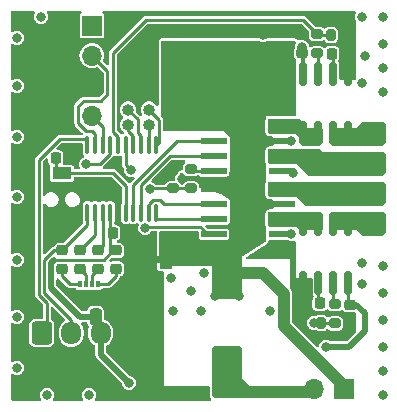
<source format=gbr>
%TF.GenerationSoftware,KiCad,Pcbnew,7.0.8*%
%TF.CreationDate,2024-06-01T15:01:03+09:00*%
%TF.ProjectId,BDCM_Driver_v1,4244434d-5f44-4726-9976-65725f76312e,rev?*%
%TF.SameCoordinates,PXaac6430PY8670810*%
%TF.FileFunction,Copper,L1,Top*%
%TF.FilePolarity,Positive*%
%FSLAX46Y46*%
G04 Gerber Fmt 4.6, Leading zero omitted, Abs format (unit mm)*
G04 Created by KiCad (PCBNEW 7.0.8) date 2024-06-01 15:01:03*
%MOMM*%
%LPD*%
G01*
G04 APERTURE LIST*
G04 Aperture macros list*
%AMRoundRect*
0 Rectangle with rounded corners*
0 $1 Rounding radius*
0 $2 $3 $4 $5 $6 $7 $8 $9 X,Y pos of 4 corners*
0 Add a 4 corners polygon primitive as box body*
4,1,4,$2,$3,$4,$5,$6,$7,$8,$9,$2,$3,0*
0 Add four circle primitives for the rounded corners*
1,1,$1+$1,$2,$3*
1,1,$1+$1,$4,$5*
1,1,$1+$1,$6,$7*
1,1,$1+$1,$8,$9*
0 Add four rect primitives between the rounded corners*
20,1,$1+$1,$2,$3,$4,$5,0*
20,1,$1+$1,$4,$5,$6,$7,0*
20,1,$1+$1,$6,$7,$8,$9,0*
20,1,$1+$1,$8,$9,$2,$3,0*%
G04 Aperture macros list end*
%TA.AperFunction,SMDPad,CuDef*%
%ADD10R,2.200000X0.500000*%
%TD*%
%TA.AperFunction,ComponentPad*%
%ADD11C,0.630000*%
%TD*%
%TA.AperFunction,SMDPad,CuDef*%
%ADD12R,2.950000X4.900000*%
%TD*%
%TA.AperFunction,ComponentPad*%
%ADD13R,1.000000X1.000000*%
%TD*%
%TA.AperFunction,ComponentPad*%
%ADD14O,1.000000X1.000000*%
%TD*%
%TA.AperFunction,SMDPad,CuDef*%
%ADD15RoundRect,0.200000X0.275000X-0.200000X0.275000X0.200000X-0.275000X0.200000X-0.275000X-0.200000X0*%
%TD*%
%TA.AperFunction,SMDPad,CuDef*%
%ADD16RoundRect,0.225000X-0.250000X0.225000X-0.250000X-0.225000X0.250000X-0.225000X0.250000X0.225000X0*%
%TD*%
%TA.AperFunction,SMDPad,CuDef*%
%ADD17RoundRect,0.200000X0.200000X0.275000X-0.200000X0.275000X-0.200000X-0.275000X0.200000X-0.275000X0*%
%TD*%
%TA.AperFunction,SMDPad,CuDef*%
%ADD18RoundRect,0.200000X-0.275000X0.200000X-0.275000X-0.200000X0.275000X-0.200000X0.275000X0.200000X0*%
%TD*%
%TA.AperFunction,SMDPad,CuDef*%
%ADD19RoundRect,0.100000X0.100000X-0.637500X0.100000X0.637500X-0.100000X0.637500X-0.100000X-0.637500X0*%
%TD*%
%TA.AperFunction,SMDPad,CuDef*%
%ADD20RoundRect,0.218750X0.256250X-0.218750X0.256250X0.218750X-0.256250X0.218750X-0.256250X-0.218750X0*%
%TD*%
%TA.AperFunction,ComponentPad*%
%ADD21R,1.700000X1.700000*%
%TD*%
%TA.AperFunction,ComponentPad*%
%ADD22O,1.700000X1.700000*%
%TD*%
%TA.AperFunction,SMDPad,CuDef*%
%ADD23RoundRect,0.250000X-0.250000X-0.475000X0.250000X-0.475000X0.250000X0.475000X-0.250000X0.475000X0*%
%TD*%
%TA.AperFunction,SMDPad,CuDef*%
%ADD24RoundRect,0.150000X-0.150000X0.825000X-0.150000X-0.825000X0.150000X-0.825000X0.150000X0.825000X0*%
%TD*%
%TA.AperFunction,SMDPad,CuDef*%
%ADD25RoundRect,0.150000X0.150000X-0.825000X0.150000X0.825000X-0.150000X0.825000X-0.150000X-0.825000X0*%
%TD*%
%TA.AperFunction,SMDPad,CuDef*%
%ADD26RoundRect,0.250000X1.000000X-1.950000X1.000000X1.950000X-1.000000X1.950000X-1.000000X-1.950000X0*%
%TD*%
%TA.AperFunction,SMDPad,CuDef*%
%ADD27RoundRect,0.225000X0.250000X-0.225000X0.250000X0.225000X-0.250000X0.225000X-0.250000X-0.225000X0*%
%TD*%
%TA.AperFunction,SMDPad,CuDef*%
%ADD28R,1.600000X1.050000*%
%TD*%
%TA.AperFunction,SMDPad,CuDef*%
%ADD29RoundRect,0.225000X-0.225000X-0.250000X0.225000X-0.250000X0.225000X0.250000X-0.225000X0.250000X0*%
%TD*%
%TA.AperFunction,ComponentPad*%
%ADD30RoundRect,0.250000X-0.600000X-0.725000X0.600000X-0.725000X0.600000X0.725000X-0.600000X0.725000X0*%
%TD*%
%TA.AperFunction,ComponentPad*%
%ADD31O,1.700000X1.950000*%
%TD*%
%TA.AperFunction,SMDPad,CuDef*%
%ADD32R,0.304800X0.584200*%
%TD*%
%TA.AperFunction,SMDPad,CuDef*%
%ADD33RoundRect,0.200000X-0.200000X-0.275000X0.200000X-0.275000X0.200000X0.275000X-0.200000X0.275000X0*%
%TD*%
%TA.AperFunction,SMDPad,CuDef*%
%ADD34R,1.000000X1.500000*%
%TD*%
%TA.AperFunction,SMDPad,CuDef*%
%ADD35RoundRect,0.225000X0.225000X0.250000X-0.225000X0.250000X-0.225000X-0.250000X0.225000X-0.250000X0*%
%TD*%
%TA.AperFunction,ViaPad*%
%ADD36C,0.800000*%
%TD*%
%TA.AperFunction,Conductor*%
%ADD37C,0.250000*%
%TD*%
%TA.AperFunction,Conductor*%
%ADD38C,0.500000*%
%TD*%
%TA.AperFunction,Conductor*%
%ADD39C,1.000000*%
%TD*%
G04 APERTURE END LIST*
%TA.AperFunction,EtchedComponent*%
%TO.C,JP3*%
G36*
X-19308000Y11638000D02*
G01*
X-19808000Y11638000D01*
X-19808000Y12238000D01*
X-19308000Y12238000D01*
X-19308000Y11638000D01*
G37*
%TD.AperFunction*%
%TD*%
D10*
%TO.P,U2,1,GND*%
%TO.N,GNDPWR*%
X-14813000Y23241000D03*
%TO.P,U2,2,IN2*%
%TO.N,PWM_{1B}*%
X-14813000Y21971000D03*
%TO.P,U2,3,IN1*%
%TO.N,PWM_{1A}*%
X-14813000Y20701000D03*
%TO.P,U2,4,VREF*%
%TO.N,+3V3*%
X-14813000Y19431000D03*
%TO.P,U2,5,VM*%
%TO.N,Vdrive*%
X-9063000Y19431000D03*
%TO.P,U2,6,OUT1*%
%TO.N,OUT_A_{1}*%
X-9063000Y20701000D03*
%TO.P,U2,7,ISEN*%
%TO.N,GNDPWR*%
X-9063000Y21971000D03*
%TO.P,U2,8,OUT2*%
%TO.N,OUT_A_{2}*%
X-9063000Y23241000D03*
D11*
%TO.P,U2,9,GND*%
%TO.N,GNDPWR*%
X-12588000Y22636000D03*
X-12588000Y21336000D03*
X-12588000Y20036000D03*
D12*
X-11938000Y21336000D03*
D11*
X-11288000Y22636000D03*
X-11288000Y21336000D03*
X-11288000Y20036000D03*
%TD*%
D10*
%TO.P,U5,1,GND*%
%TO.N,GNDPWR*%
X-14813000Y17902000D03*
%TO.P,U5,2,IN2*%
%TO.N,PWM_{2B}*%
X-14813000Y16632000D03*
%TO.P,U5,3,IN1*%
%TO.N,PWM_{2A}*%
X-14813000Y15362000D03*
%TO.P,U5,4,VREF*%
%TO.N,+3V3*%
X-14813000Y14092000D03*
%TO.P,U5,5,VM*%
%TO.N,Vdrive*%
X-9063000Y14092000D03*
%TO.P,U5,6,OUT1*%
%TO.N,OUT_B_{1}*%
X-9063000Y15362000D03*
%TO.P,U5,7,ISEN*%
%TO.N,GNDPWR*%
X-9063000Y16632000D03*
%TO.P,U5,8,OUT2*%
%TO.N,OUT_B_{2}*%
X-9063000Y17902000D03*
D11*
%TO.P,U5,9,GND*%
%TO.N,GNDPWR*%
X-12588000Y17297000D03*
X-12588000Y15997000D03*
X-12588000Y14697000D03*
D12*
X-11938000Y15997000D03*
D11*
X-11288000Y17297000D03*
X-11288000Y15997000D03*
X-11288000Y14697000D03*
%TD*%
D13*
%TO.P,J2,1,Pin_1*%
%TO.N,GND*%
X-20320000Y25913000D03*
D14*
%TO.P,J2,2,Pin_2*%
%TO.N,ENC_{1A}*%
X-20320000Y24643000D03*
%TO.P,J2,3,Pin_3*%
%TO.N,ENC_{1B}*%
X-20320000Y23373000D03*
%TD*%
D15*
%TO.P,R5,1*%
%TO.N,TEMP*%
X-18288000Y17971000D03*
%TO.P,R5,2*%
%TO.N,GND*%
X-18288000Y19621000D03*
%TD*%
D16*
%TO.P,C6,1*%
%TO.N,OUT_A_{2}'*%
X-2540000Y22111000D03*
%TO.P,C6,2*%
%TO.N,OUT_A_{1}*%
X-2540000Y20561000D03*
%TD*%
D17*
%TO.P,R4,1*%
%TO.N,Current_{2}*%
X-5779000Y6604000D03*
%TO.P,R4,2*%
%TO.N,GND*%
X-7429000Y6604000D03*
%TD*%
D18*
%TO.P,TH1,1*%
%TO.N,+3V3*%
X-16764000Y19621000D03*
%TO.P,TH1,2*%
%TO.N,TEMP*%
X-16764000Y17971000D03*
%TD*%
D19*
%TO.P,U1,1,PB7*%
%TO.N,I^{2}C_{SDA}*%
X-25531000Y15933500D03*
%TO.P,U1,2,PC14*%
%TO.N,LED_{1}*%
X-24881000Y15933500D03*
%TO.P,U1,3,PC15*%
%TO.N,LED_{2}*%
X-24231000Y15933500D03*
%TO.P,U1,4,VDD*%
%TO.N,+3V3*%
X-23581000Y15933500D03*
%TO.P,U1,5,VSS*%
%TO.N,GND*%
X-22931000Y15933500D03*
%TO.P,U1,6,PF2*%
%TO.N,Net-(U1-PF2)*%
X-22281000Y15933500D03*
%TO.P,U1,7,PA0*%
%TO.N,PWM_{1B}*%
X-21631000Y15933500D03*
%TO.P,U1,8,PA1*%
%TO.N,PWM_{1A}*%
X-20981000Y15933500D03*
%TO.P,U1,9,PA2*%
%TO.N,PWM_{2B}*%
X-20331000Y15933500D03*
%TO.P,U1,10,PA3*%
%TO.N,PWM_{2A}*%
X-19681000Y15933500D03*
%TO.P,U1,11,PA4*%
%TO.N,ENC_{1A}*%
X-19681000Y21658500D03*
%TO.P,U1,12,PA5*%
%TO.N,ENC_{1B}*%
X-20331000Y21658500D03*
%TO.P,U1,13,PA6*%
%TO.N,ENC_{2A}*%
X-20981000Y21658500D03*
%TO.P,U1,14,PA7*%
%TO.N,ENC_{2B}*%
X-21631000Y21658500D03*
%TO.P,U1,15,PA8*%
%TO.N,TEMP*%
X-22281000Y21658500D03*
%TO.P,U1,16,PA9/PA11*%
%TO.N,Current_{1}*%
X-22931000Y21658500D03*
%TO.P,U1,17,PA10/PA12*%
%TO.N,Current_{2}*%
X-23581000Y21658500D03*
%TO.P,U1,18,PA13*%
%TO.N,SWDIO*%
X-24231000Y21658500D03*
%TO.P,U1,19,PA14*%
%TO.N,SWDCLK*%
X-24881000Y21658500D03*
%TO.P,U1,20,PB6*%
%TO.N,I^{2}C_{SCL}*%
X-25531000Y21658500D03*
%TD*%
D20*
%TO.P,D5,1,K*%
%TO.N,Net-(D5-K)*%
X-27686000Y11150500D03*
%TO.P,D5,2,A*%
%TO.N,I^{2}C_{SDA}*%
X-27686000Y12725500D03*
%TD*%
D21*
%TO.P,J4,1,Pin_1*%
%TO.N,GNDPWR*%
X-3810000Y1016000D03*
D22*
%TO.P,J4,2,Pin_2*%
%TO.N,Vdrive*%
X-6350000Y1016000D03*
%TD*%
D20*
%TO.P,D2,1,K*%
%TO.N,Net-(D2-K)*%
X-23114000Y11150500D03*
%TO.P,D2,2,A*%
%TO.N,+3V3*%
X-23114000Y12725500D03*
%TD*%
D23*
%TO.P,C12,1*%
%TO.N,+3V3*%
X-24826000Y7112000D03*
%TO.P,C12,2*%
%TO.N,GND*%
X-22926000Y7112000D03*
%TD*%
D24*
%TO.P,U6,1,IP+*%
%TO.N,OUT_B_{1}'*%
X-3429000Y14921000D03*
%TO.P,U6,2,IP+*%
X-4699000Y14921000D03*
%TO.P,U6,3,IP-*%
%TO.N,OUT_B_{1}*%
X-5969000Y14921000D03*
%TO.P,U6,4,IP-*%
X-7239000Y14921000D03*
%TO.P,U6,5,GND*%
%TO.N,GND*%
X-7239000Y9971000D03*
%TO.P,U6,6,FILTER*%
%TO.N,Net-(U6-FILTER)*%
X-5969000Y9971000D03*
%TO.P,U6,7,VIOUT*%
%TO.N,Net-(U6-VIOUT)*%
X-4699000Y9971000D03*
%TO.P,U6,8,VCC*%
%TO.N,+3V3*%
X-3429000Y9971000D03*
%TD*%
D20*
%TO.P,D1,1,K*%
%TO.N,Net-(D1-K)*%
X-24638000Y11150500D03*
%TO.P,D1,2,A*%
%TO.N,LED_{2}*%
X-24638000Y12725500D03*
%TD*%
D25*
%TO.P,U3,1,IP+*%
%TO.N,OUT_A_{2}*%
X-7239000Y22671000D03*
%TO.P,U3,2,IP+*%
X-5969000Y22671000D03*
%TO.P,U3,3,IP-*%
%TO.N,OUT_A_{2}'*%
X-4699000Y22671000D03*
%TO.P,U3,4,IP-*%
X-3429000Y22671000D03*
%TO.P,U3,5,GND*%
%TO.N,GND*%
X-3429000Y27621000D03*
%TO.P,U3,6,FILTER*%
%TO.N,Net-(U3-FILTER)*%
X-4699000Y27621000D03*
%TO.P,U3,7,VIOUT*%
%TO.N,Net-(U3-VIOUT)*%
X-5969000Y27621000D03*
%TO.P,U3,8,VCC*%
%TO.N,+3V3*%
X-7239000Y27621000D03*
%TD*%
D26*
%TO.P,C5,1*%
%TO.N,Vdrive*%
X-13716000Y2404000D03*
%TO.P,C5,2*%
%TO.N,GNDPWR*%
X-13716000Y10804000D03*
%TD*%
D27*
%TO.P,C2,1*%
%TO.N,+3V3*%
X-7366000Y29451000D03*
%TO.P,C2,2*%
%TO.N,GND*%
X-7366000Y31001000D03*
%TD*%
D21*
%TO.P,J1,1,Pin_1*%
%TO.N,OUT_A_{2}'*%
X-1327000Y22611000D03*
D22*
%TO.P,J1,2,Pin_2*%
%TO.N,OUT_A_{1}*%
X-1327000Y20071000D03*
%TD*%
D21*
%TO.P,J7,1,Pin_1*%
%TO.N,OUT_B_{2}*%
X-1327000Y17531000D03*
D22*
%TO.P,J7,2,Pin_2*%
%TO.N,OUT_B_{1}'*%
X-1327000Y14991000D03*
%TD*%
D28*
%TO.P,SW1,1,1*%
%TO.N,Net-(U1-PF2)*%
X-27686000Y19243000D03*
%TO.P,SW1,2,2*%
%TO.N,GND*%
X-27686000Y14793000D03*
%TD*%
D29*
%TO.P,C10,1*%
%TO.N,Net-(U1-PF2)*%
X-28207000Y20574000D03*
%TO.P,C10,2*%
%TO.N,GND*%
X-26657000Y20574000D03*
%TD*%
%TO.P,C3,1*%
%TO.N,Net-(U3-FILTER)*%
X-4839000Y29337000D03*
%TO.P,C3,2*%
%TO.N,GND*%
X-3289000Y29337000D03*
%TD*%
D20*
%TO.P,D4,1,K*%
%TO.N,Net-(D4-K)*%
X-26162000Y11150500D03*
%TO.P,D4,2,A*%
%TO.N,LED_{1}*%
X-26162000Y12725500D03*
%TD*%
D30*
%TO.P,J5,1,Pin_1*%
%TO.N,I^{2}C_{SCL}*%
X-29404000Y5736000D03*
D31*
%TO.P,J5,2,Pin_2*%
%TO.N,I^{2}C_{SDA}*%
X-26904000Y5736000D03*
%TO.P,J5,3,Pin_3*%
%TO.N,+3V3*%
X-24404000Y5736000D03*
%TO.P,J5,4,Pin_4*%
%TO.N,GND*%
X-21904000Y5736000D03*
%TD*%
D29*
%TO.P,C1,1*%
%TO.N,+3V3*%
X-23381000Y14224000D03*
%TO.P,C1,2*%
%TO.N,GND*%
X-21831000Y14224000D03*
%TD*%
D16*
%TO.P,C8,1*%
%TO.N,+3V3*%
X-3302000Y8141000D03*
%TO.P,C8,2*%
%TO.N,GND*%
X-3302000Y6591000D03*
%TD*%
D32*
%TO.P,RN3,1,R1.1*%
%TO.N,GND*%
X-26162000Y8432800D03*
%TO.P,RN3,2,R1.2*%
%TO.N,Net-(D5-K)*%
X-26162000Y9855200D03*
%TO.P,RN3,3,R2.1*%
%TO.N,GND*%
X-25654000Y8432800D03*
%TO.P,RN3,4,R2.2*%
%TO.N,Net-(D4-K)*%
X-25654000Y9855200D03*
%TO.P,RN3,5,R3.1*%
%TO.N,GND*%
X-25146000Y8432800D03*
%TO.P,RN3,6,R3.2*%
%TO.N,Net-(D1-K)*%
X-25146000Y9855200D03*
%TO.P,RN3,7,R4.1*%
%TO.N,GND*%
X-24638000Y8432800D03*
%TO.P,RN3,8,R4.2*%
%TO.N,Net-(D2-K)*%
X-24638000Y9855200D03*
%TD*%
D18*
%TO.P,R3,1*%
%TO.N,Net-(U6-VIOUT)*%
X-4572000Y8191000D03*
%TO.P,R3,2*%
%TO.N,Current_{2}*%
X-4572000Y6541000D03*
%TD*%
D13*
%TO.P,J6,1,Pin_1*%
%TO.N,GND*%
X-22098000Y25913000D03*
D14*
%TO.P,J6,2,Pin_2*%
%TO.N,ENC_{2A}*%
X-22098000Y24643000D03*
%TO.P,J6,3,Pin_3*%
%TO.N,ENC_{2B}*%
X-22098000Y23373000D03*
%TD*%
D33*
%TO.P,R2,1*%
%TO.N,Current_{1}*%
X-4889000Y30988000D03*
%TO.P,R2,2*%
%TO.N,GND*%
X-3239000Y30988000D03*
%TD*%
D16*
%TO.P,C11,1*%
%TO.N,OUT_B_{2}*%
X-2540000Y17031000D03*
%TO.P,C11,2*%
%TO.N,OUT_B_{1}'*%
X-2540000Y15481000D03*
%TD*%
D15*
%TO.P,R1,1*%
%TO.N,Net-(U3-VIOUT)*%
X-6096000Y29401000D03*
%TO.P,R1,2*%
%TO.N,Current_{1}*%
X-6096000Y31051000D03*
%TD*%
D21*
%TO.P,J3,1,Pin_1*%
%TO.N,+3V3*%
X-25146000Y31750000D03*
D22*
%TO.P,J3,2,Pin_2*%
%TO.N,SWDCLK*%
X-25146000Y29210000D03*
%TO.P,J3,3,Pin_3*%
%TO.N,GND*%
X-25146000Y26670000D03*
%TO.P,J3,4,Pin_4*%
%TO.N,SWDIO*%
X-25146000Y24130000D03*
%TD*%
D34*
%TO.P,JP3,1,A*%
%TO.N,GND*%
X-20208000Y11938000D03*
%TO.P,JP3,2,B*%
%TO.N,GNDPWR*%
X-18908000Y11938000D03*
%TD*%
D35*
%TO.P,C9,1*%
%TO.N,Net-(U6-FILTER)*%
X-5829000Y8255000D03*
%TO.P,C9,2*%
%TO.N,GND*%
X-7379000Y8255000D03*
%TD*%
D36*
%TO.N,GNDPWR*%
X-19050000Y13970000D03*
X-16764000Y13970000D03*
%TO.N,+3V3*%
X-20641619Y14629420D03*
X-5334000Y4572000D03*
X-7366000Y29951500D03*
X-16764000Y19621000D03*
X-22030082Y1524000D03*
%TO.N,GND*%
X-23368000Y20066000D03*
X-19919040Y2419654D03*
X-26924000Y32512000D03*
X-31496000Y14478000D03*
X-7822066Y31361176D03*
X-31496000Y508000D03*
X-27940000Y27940000D03*
X-28702000Y13716000D03*
X-3302000Y27686000D03*
X-25908000Y4064000D03*
X-27940000Y25654000D03*
X-31496000Y24638000D03*
X-31496000Y9144000D03*
X-15748000Y508000D03*
X-20066000Y10160000D03*
X-20066000Y27940000D03*
X-27686000Y30734000D03*
X-23368000Y4064000D03*
X-22606000Y27940000D03*
X-31496000Y28956000D03*
X-20066000Y6604000D03*
X-3302000Y32512000D03*
X-3556000Y5588000D03*
X-10668000Y30988000D03*
X-31496000Y4826000D03*
X-27940000Y23114000D03*
X-19520500Y18695500D03*
X-31496000Y20320000D03*
X-21209000Y25400000D03*
X-23114000Y9144000D03*
X-23368000Y32512000D03*
X-22098000Y29464000D03*
X-31496000Y32512000D03*
X-23368000Y18034000D03*
X-26924000Y21336000D03*
X-20574000Y508000D03*
X-25400000Y18288000D03*
X-20066000Y30988000D03*
%TO.N,Vdrive*%
X-8128000Y19304000D03*
X-13716000Y4064000D03*
X-8255000Y14097000D03*
%TO.N,GNDPWR*%
X-16510000Y29972000D03*
X-10922000Y29972000D03*
X-31496000Y26670000D03*
X-12192000Y28448000D03*
X-16256000Y23368000D03*
X-25400000Y508000D03*
X-508000Y30226000D03*
X-9652000Y25146000D03*
X-8636000Y29972000D03*
X-31496000Y30734000D03*
X-11176000Y23876000D03*
X-508000Y32512000D03*
X-15240000Y28448000D03*
X-10033000Y7620000D03*
X-508000Y28194000D03*
X-10922000Y26670000D03*
X-12700000Y8890000D03*
X-508000Y26162000D03*
X-8382000Y26670000D03*
X-31496000Y17272000D03*
X-11938000Y20947084D03*
X-12192000Y25146000D03*
X-31496000Y2794000D03*
X-2286000Y32512000D03*
X-31496000Y11938000D03*
X-18796000Y26670000D03*
X-11934887Y16654768D03*
X-13716000Y26670000D03*
X-29464000Y32512000D03*
X-508000Y6858000D03*
X-31496000Y22352000D03*
X-508000Y9144000D03*
X-13970000Y24130000D03*
X-508000Y508000D03*
X-2286000Y9906000D03*
X-508000Y11430000D03*
X-31496000Y7112000D03*
X-2032000Y29210000D03*
X-9398000Y28448000D03*
X-15875000Y7620000D03*
X-15621000Y10795000D03*
X-508000Y4572000D03*
X-16764000Y26670000D03*
X-11930996Y22249993D03*
X-12700000Y12827000D03*
X-2286000Y26924000D03*
X-28956000Y508000D03*
X-8308233Y21974184D03*
X-18796000Y29972000D03*
X-17526000Y18796000D03*
X-17526000Y28194000D03*
X-508000Y2540000D03*
X-17526000Y24892000D03*
X-2286000Y11684000D03*
X-16764000Y9271000D03*
X-18034000Y13081000D03*
X-18415000Y10414000D03*
X-15240000Y25146000D03*
X-13716000Y29972000D03*
X-18288000Y23368000D03*
X-11938000Y18796000D03*
X-14732000Y12827000D03*
X-11934498Y15350691D03*
X-14732000Y8890000D03*
X-18288000Y7620000D03*
%TO.N,Current_{2}*%
X-25615097Y20028500D03*
X-6350000Y6604000D03*
%TO.N,TEMP*%
X-21844000Y19558000D03*
X-20256500Y17939182D03*
%TD*%
D37*
%TO.N,SWDCLK*%
X-23831000Y25953000D02*
X-23831000Y27895000D01*
X-25849027Y25400000D02*
X-24384000Y25400000D01*
X-24384000Y25400000D02*
X-23831000Y25953000D01*
X-25654000Y22860000D02*
X-26321000Y23527000D01*
X-23831000Y27895000D02*
X-25146000Y29210000D01*
X-25146000Y22860000D02*
X-25654000Y22860000D01*
X-26321000Y23527000D02*
X-26321000Y24928027D01*
X-24881000Y22595000D02*
X-25146000Y22860000D01*
X-26321000Y24928027D02*
X-25849027Y25400000D01*
X-24881000Y21658500D02*
X-24881000Y22595000D01*
%TO.N,+3V3*%
X-15436000Y14092000D02*
X-14813000Y14092000D01*
X-16002000Y14732000D02*
X-15436000Y14166000D01*
X-15436000Y14166000D02*
X-15436000Y14092000D01*
X-20539039Y14732000D02*
X-16002000Y14732000D01*
X-20641619Y14629420D02*
X-20539039Y14732000D01*
X-16574000Y19431000D02*
X-16764000Y19621000D01*
X-14813000Y19431000D02*
X-16574000Y19431000D01*
D38*
X-24404000Y3897918D02*
X-24404000Y5736000D01*
D37*
X-3429000Y9971000D02*
X-3429000Y8268000D01*
X-28318410Y11938000D02*
X-24131520Y11938000D01*
X-7239000Y27621000D02*
X-7239000Y29324000D01*
D38*
X-26162000Y7112000D02*
X-28611000Y9561000D01*
D37*
X-3429000Y8268000D02*
X-3302000Y8141000D01*
D38*
X-24826000Y7112000D02*
X-26162000Y7112000D01*
X-24826000Y7112000D02*
X-24826000Y6158000D01*
X-22030082Y1524000D02*
X-24404000Y3897918D01*
X-2055000Y7389000D02*
X-2794000Y8128000D01*
X-3369918Y4572000D02*
X-5334000Y4572000D01*
D37*
X-7366000Y27748000D02*
X-7239000Y27621000D01*
D38*
X-28611000Y9561000D02*
X-28611000Y11646258D01*
D37*
X-24131520Y11938000D02*
X-23581000Y12488520D01*
D38*
X-2055000Y5886918D02*
X-3369918Y4572000D01*
X-2055000Y7389000D02*
X-2055000Y5886918D01*
D37*
X-7239000Y29324000D02*
X-7366000Y29451000D01*
X-7366000Y29951500D02*
X-7366000Y27748000D01*
X-23581000Y12488520D02*
X-23581000Y15933500D01*
D38*
X-28611000Y11646258D02*
X-28318834Y11938424D01*
X-24826000Y6158000D02*
X-24404000Y5736000D01*
D37*
%TO.N,GND*%
X-3429000Y30798000D02*
X-3239000Y30988000D01*
X-18595000Y19621000D02*
X-19520500Y18695500D01*
X-20053000Y31001000D02*
X-20066000Y30988000D01*
X-18288000Y19621000D02*
X-18595000Y19621000D01*
%TO.N,Net-(U3-FILTER)*%
X-4699000Y29197000D02*
X-4839000Y29337000D01*
X-4699000Y27621000D02*
X-4699000Y29197000D01*
D39*
%TO.N,Vdrive*%
X-13716000Y4064000D02*
X-13716000Y2404000D01*
X-13716000Y2404000D02*
X-13716000Y3302000D01*
X-13150066Y704066D02*
X-13716000Y1270000D01*
X-6661934Y704066D02*
X-11176000Y704066D01*
X-12016066Y704066D02*
X-13716000Y2404000D01*
X-11176000Y704066D02*
X-12016066Y704066D01*
X-6350000Y1016000D02*
X-6661934Y704066D01*
X-13716000Y3302000D02*
X-13462000Y3556000D01*
X-11176000Y704066D02*
X-13150066Y704066D01*
D38*
%TO.N,GNDPWR*%
X-11930996Y21851004D02*
X-11684000Y22098000D01*
D39*
X-3810000Y1237208D02*
X-8890000Y6317208D01*
D38*
X-12314000Y17902000D02*
X-12192000Y17780000D01*
X-11532007Y22249993D02*
X-11930996Y22249993D01*
D39*
X-10677000Y10804000D02*
X-13716000Y10804000D01*
D38*
X-12065000Y19685000D02*
X-11938000Y19812000D01*
X-9063000Y21971000D02*
X-10795000Y21971000D01*
D39*
X-3810000Y1016000D02*
X-3810000Y1237208D01*
X-8890000Y9017000D02*
X-10677000Y10804000D01*
D38*
X-12324000Y14092000D02*
X-12192000Y14224000D01*
X-11562000Y16632000D02*
X-11934887Y16654768D01*
X-13081000Y23241000D02*
X-12954000Y23114000D01*
X-11930996Y22249993D02*
X-11930996Y21851004D01*
X-10795000Y21971000D02*
X-10922000Y22098000D01*
D39*
X-8890000Y6317208D02*
X-8890000Y9017000D01*
D38*
X-14813000Y23241000D02*
X-13081000Y23241000D01*
X-9063000Y16632000D02*
X-11562000Y16632000D01*
X-11934887Y16654768D02*
X-11684000Y16510000D01*
D39*
X-18908000Y11938000D02*
X-13716000Y11938000D01*
D38*
X-11557000Y22225000D02*
X-11532007Y22249993D01*
D37*
%TO.N,ENC_{1A}*%
X-19481000Y21858500D02*
X-19481000Y23804000D01*
X-19481000Y23804000D02*
X-20320000Y24643000D01*
X-19681000Y21658500D02*
X-19481000Y21858500D01*
%TO.N,ENC_{1B}*%
X-20331000Y23362000D02*
X-20320000Y23373000D01*
X-20331000Y21658500D02*
X-20331000Y23362000D01*
%TO.N,SWDIO*%
X-24231000Y21658500D02*
X-24231000Y23215000D01*
X-24231000Y23215000D02*
X-25146000Y24130000D01*
%TO.N,I^{2}C_{SCL}*%
X-25531000Y22156000D02*
X-25531000Y21658500D01*
X-27877818Y22156000D02*
X-25531000Y22156000D01*
X-28956000Y6184000D02*
X-28956000Y8277604D01*
X-29636000Y8957604D02*
X-29636000Y20397818D01*
X-29636000Y20397818D02*
X-27877818Y22156000D01*
X-29404000Y5736000D02*
X-28956000Y6184000D01*
X-28956000Y8277604D02*
X-29636000Y8957604D01*
%TO.N,I^{2}C_{SDA}*%
X-28344930Y12725500D02*
X-27686000Y12725500D01*
X-29186000Y11884430D02*
X-28344930Y12725500D01*
X-26904000Y6862000D02*
X-26904000Y5736000D01*
X-25531000Y14880500D02*
X-27686000Y12725500D01*
X-29186000Y9144000D02*
X-26904000Y6862000D01*
X-29186000Y9144000D02*
X-29186000Y11884430D01*
X-25531000Y15933500D02*
X-25531000Y14880500D01*
%TO.N,Net-(U3-VIOUT)*%
X-5969000Y29274000D02*
X-6096000Y29401000D01*
X-5969000Y27621000D02*
X-5969000Y29274000D01*
%TO.N,Net-(U6-FILTER)*%
X-5969000Y9971000D02*
X-5969000Y8395000D01*
X-5969000Y8395000D02*
X-5829000Y8255000D01*
%TO.N,Net-(D1-K)*%
X-25146000Y10642500D02*
X-24638000Y11150500D01*
X-25146000Y9855200D02*
X-25146000Y10642500D01*
%TO.N,LED_{1}*%
X-24881000Y15933500D02*
X-24881000Y14006500D01*
X-24881000Y14006500D02*
X-26162000Y12725500D01*
%TO.N,Net-(D2-K)*%
X-24638000Y9855200D02*
X-23793425Y9855200D01*
X-23114000Y10534625D02*
X-23114000Y11150500D01*
X-23793425Y9855200D02*
X-23114000Y10534625D01*
%TO.N,LED_{2}*%
X-24638000Y12725500D02*
X-24231000Y13132500D01*
X-24231000Y13132500D02*
X-24231000Y15933500D01*
%TO.N,Net-(D4-K)*%
X-25654000Y9855200D02*
X-25654000Y10642500D01*
X-25654000Y10642500D02*
X-26162000Y11150500D01*
%TO.N,Net-(D5-K)*%
X-27686000Y10528250D02*
X-27686000Y11150500D01*
X-26162000Y9855200D02*
X-27012950Y9855200D01*
X-27012950Y9855200D02*
X-27686000Y10528250D01*
%TO.N,ENC_{2A}*%
X-20981000Y22379396D02*
X-21273000Y22671396D01*
X-21273000Y23818000D02*
X-22098000Y24643000D01*
X-20981000Y21658500D02*
X-20981000Y22379396D01*
X-21273000Y22671396D02*
X-21273000Y23818000D01*
%TO.N,ENC_{2B}*%
X-21631000Y22393000D02*
X-22098000Y22860000D01*
X-22098000Y22860000D02*
X-22098000Y23373000D01*
X-21631000Y21658500D02*
X-21631000Y22393000D01*
%TO.N,Current_{1}*%
X-22931000Y21658500D02*
X-22931000Y22347042D01*
X-20574000Y32258000D02*
X-7303000Y32258000D01*
X-23368000Y29464000D02*
X-20574000Y32258000D01*
X-7303000Y32258000D02*
X-6096000Y31051000D01*
X-23368000Y22784042D02*
X-23368000Y29464000D01*
X-4889000Y30988000D02*
X-6033000Y30988000D01*
X-6033000Y30988000D02*
X-6096000Y31051000D01*
X-22931000Y22347042D02*
X-23368000Y22784042D01*
%TO.N,Net-(U6-VIOUT)*%
X-4699000Y9971000D02*
X-4699000Y8318000D01*
X-4699000Y8318000D02*
X-4572000Y8191000D01*
%TO.N,Current_{2}*%
X-5779000Y6604000D02*
X-6350000Y6604000D01*
X-24473500Y20028500D02*
X-25615097Y20028500D01*
X-23581000Y20921000D02*
X-24473500Y20028500D01*
X-23581000Y21658500D02*
X-23581000Y20921000D01*
X-4635000Y6604000D02*
X-4572000Y6541000D01*
X-5779000Y6604000D02*
X-4635000Y6604000D01*
%TO.N,TEMP*%
X-20224682Y17971000D02*
X-18288000Y17971000D01*
X-21844000Y19558000D02*
X-22281000Y19995000D01*
X-22281000Y19995000D02*
X-22281000Y21658500D01*
X-20256500Y17939182D02*
X-20224682Y17971000D01*
X-18288000Y17971000D02*
X-16764000Y17971000D01*
%TO.N,PWM_{1B}*%
X-14813000Y21971000D02*
X-17907000Y21971000D01*
X-17907000Y21971000D02*
X-21631000Y18247000D01*
X-21631000Y18247000D02*
X-21631000Y15933500D01*
%TO.N,PWM_{1A}*%
X-20981000Y18260604D02*
X-18540604Y20701000D01*
X-18540604Y20701000D02*
X-14813000Y20701000D01*
X-20981000Y15933500D02*
X-20981000Y18260604D01*
%TO.N,PWM_{2A}*%
X-14813000Y15362000D02*
X-19674000Y15362000D01*
%TO.N,PWM_{2B}*%
X-19404958Y16996000D02*
X-19040958Y16632000D01*
X-19040958Y16632000D02*
X-14813000Y16632000D01*
X-19957042Y16996000D02*
X-19404958Y16996000D01*
X-20331000Y16622042D02*
X-19957042Y16996000D01*
X-20331000Y15933500D02*
X-20331000Y16622042D01*
%TO.N,Net-(U1-PF2)*%
X-28207000Y19825000D02*
X-28207000Y20574000D01*
X-22281000Y15933500D02*
X-22281000Y18217000D01*
X-23368000Y19304000D02*
X-27686000Y19304000D01*
X-22281000Y18217000D02*
X-23368000Y19304000D01*
X-27686000Y19304000D02*
X-28207000Y19825000D01*
%TD*%
%TA.AperFunction,Conductor*%
%TO.N,OUT_A_{1}*%
G36*
X-5826323Y21316315D02*
G01*
X-5805681Y21299681D01*
X-5588000Y21082000D01*
X-559362Y21082000D01*
X-492323Y21062315D01*
X-471681Y21045681D01*
X-290319Y20864319D01*
X-256834Y20802996D01*
X-254000Y20776638D01*
X-254000Y19355362D01*
X-273685Y19288323D01*
X-290319Y19267681D01*
X-471681Y19086319D01*
X-533004Y19052834D01*
X-559362Y19050000D01*
X-6806638Y19050000D01*
X-6873677Y19069685D01*
X-6894319Y19086319D01*
X-7874000Y20066000D01*
X-10108638Y20066000D01*
X-10175677Y20085685D01*
X-10196319Y20102319D01*
X-10226181Y20132181D01*
X-10259666Y20193504D01*
X-10262500Y20219862D01*
X-10262500Y21182138D01*
X-10242815Y21249177D01*
X-10226181Y21269819D01*
X-10196319Y21299681D01*
X-10134996Y21333166D01*
X-10108638Y21336000D01*
X-5893362Y21336000D01*
X-5826323Y21316315D01*
G37*
%TD.AperFunction*%
%TD*%
%TA.AperFunction,Conductor*%
%TO.N,GNDPWR*%
G36*
X-10406544Y22573695D02*
G01*
X-10406542Y22573692D01*
X-10406540Y22573689D01*
X-10371502Y22526885D01*
X-10371498Y22526881D01*
X-10371491Y22526871D01*
X-10371484Y22526864D01*
X-10337734Y22493114D01*
X-10337731Y22493112D01*
X-10329552Y22485763D01*
X-10329554Y22485764D01*
X-10304624Y22465675D01*
X-10233576Y22428510D01*
X-10166544Y22408827D01*
X-10166542Y22408827D01*
X-10166536Y22408825D01*
X-10108638Y22400500D01*
X-10005862Y22400500D01*
X-9938823Y22380815D01*
X-9918181Y22364181D01*
X-9688319Y22134319D01*
X-9654834Y22072996D01*
X-9652000Y22046638D01*
X-9652000Y21895362D01*
X-9671685Y21828323D01*
X-9688319Y21807681D01*
X-9918181Y21577819D01*
X-9979504Y21544334D01*
X-10005862Y21541500D01*
X-10114142Y21541500D01*
X-10125134Y21540911D01*
X-10125143Y21540911D01*
X-10125144Y21540910D01*
X-10125145Y21540910D01*
X-10156962Y21537489D01*
X-10156971Y21537487D01*
X-10233479Y21513530D01*
X-10233484Y21513529D01*
X-10294812Y21480040D01*
X-10341616Y21445002D01*
X-10341637Y21444984D01*
X-10375386Y21411234D01*
X-10375388Y21411231D01*
X-10382737Y21403052D01*
X-10382736Y21403054D01*
X-10402826Y21378124D01*
X-10414000Y21356763D01*
X-10414000Y22587350D01*
X-10406544Y22573695D01*
G37*
%TD.AperFunction*%
%TD*%
%TA.AperFunction,Conductor*%
%TO.N,OUT_B_{2}*%
G36*
X-492323Y18522315D02*
G01*
X-471681Y18505681D01*
X-290319Y18324319D01*
X-256834Y18262996D01*
X-254000Y18236638D01*
X-254000Y16815362D01*
X-273685Y16748323D01*
X-290319Y16727681D01*
X-471681Y16546319D01*
X-533004Y16512834D01*
X-559362Y16510000D01*
X-7060638Y16510000D01*
X-7127677Y16529685D01*
X-7148319Y16546319D01*
X-7874000Y17272000D01*
X-10108638Y17272000D01*
X-10175677Y17291685D01*
X-10196319Y17308319D01*
X-10226181Y17338181D01*
X-10259666Y17399504D01*
X-10262500Y17425862D01*
X-10262500Y18388138D01*
X-10242815Y18455177D01*
X-10226181Y18475819D01*
X-10196319Y18505681D01*
X-10134996Y18539166D01*
X-10108638Y18542000D01*
X-559362Y18542000D01*
X-492323Y18522315D01*
G37*
%TD.AperFunction*%
%TD*%
%TA.AperFunction,Conductor*%
%TO.N,OUT_A_{2}'*%
G36*
X-492323Y23602315D02*
G01*
X-471681Y23585681D01*
X-290319Y23404319D01*
X-256834Y23342996D01*
X-254000Y23316638D01*
X-254000Y21895362D01*
X-273685Y21828323D01*
X-290319Y21807681D01*
X-471681Y21626319D01*
X-533004Y21592834D01*
X-559362Y21590000D01*
X-4774638Y21590000D01*
X-4841677Y21609685D01*
X-4862319Y21626319D01*
X-5043681Y21807681D01*
X-5077166Y21869004D01*
X-5080000Y21895362D01*
X-5080000Y22990000D01*
X-5060315Y23057039D01*
X-5007511Y23102794D01*
X-4956000Y23114000D01*
X-2794000Y23114000D01*
X-2322319Y23585681D01*
X-2260996Y23619166D01*
X-2234638Y23622000D01*
X-559362Y23622000D01*
X-492323Y23602315D01*
G37*
%TD.AperFunction*%
%TD*%
%TA.AperFunction,Conductor*%
%TO.N,OUT_B_{1}'*%
G36*
X-492323Y15982315D02*
G01*
X-471681Y15965681D01*
X-290319Y15784319D01*
X-256834Y15722996D01*
X-254000Y15696638D01*
X-254000Y14275362D01*
X-273685Y14208323D01*
X-290319Y14187681D01*
X-471681Y14006319D01*
X-533004Y13972834D01*
X-559362Y13970000D01*
X-2234638Y13970000D01*
X-2301677Y13989685D01*
X-2322319Y14006319D01*
X-2794000Y14478000D01*
X-4956000Y14478000D01*
X-5023039Y14497685D01*
X-5068794Y14550489D01*
X-5080000Y14602000D01*
X-5080000Y15696638D01*
X-5060315Y15763677D01*
X-5043681Y15784319D01*
X-4862319Y15965681D01*
X-4800996Y15999166D01*
X-4774638Y16002000D01*
X-559362Y16002000D01*
X-492323Y15982315D01*
G37*
%TD.AperFunction*%
%TD*%
%TA.AperFunction,Conductor*%
%TO.N,OUT_B_{1}*%
G36*
X-5826323Y15982315D02*
G01*
X-5805681Y15965681D01*
X-5624319Y15784319D01*
X-5590834Y15722996D01*
X-5588000Y15696638D01*
X-5588000Y14602000D01*
X-5607685Y14534961D01*
X-5660489Y14489206D01*
X-5712000Y14478000D01*
X-7568638Y14478000D01*
X-7635677Y14497685D01*
X-7656319Y14514319D01*
X-7874000Y14732000D01*
X-10108638Y14732000D01*
X-10175677Y14751685D01*
X-10196319Y14768319D01*
X-10226181Y14798181D01*
X-10259666Y14859504D01*
X-10262500Y14885862D01*
X-10262500Y15848138D01*
X-10242815Y15915177D01*
X-10226181Y15935819D01*
X-10196319Y15965681D01*
X-10134996Y15999166D01*
X-10108638Y16002000D01*
X-5893362Y16002000D01*
X-5826323Y15982315D01*
G37*
%TD.AperFunction*%
%TD*%
%TA.AperFunction,Conductor*%
%TO.N,GNDPWR*%
G36*
X-13208000Y16764000D02*
G01*
X-13462000Y16954500D01*
X-13462000Y16954501D01*
X-14223999Y17525999D01*
X-14224000Y17526000D01*
X-15994576Y17968645D01*
X-16054839Y18004002D01*
X-16086421Y18066326D01*
X-16088501Y18088943D01*
X-16088501Y18202518D01*
X-16088501Y18202519D01*
X-16103354Y18296304D01*
X-16160950Y18409342D01*
X-16160954Y18409346D01*
X-16160955Y18409348D01*
X-16250653Y18499046D01*
X-16250656Y18499048D01*
X-16250658Y18499050D01*
X-16327483Y18538195D01*
X-16363699Y18556648D01*
X-16457476Y18571500D01*
X-17070518Y18571500D01*
X-17151481Y18558677D01*
X-17164304Y18556646D01*
X-17277342Y18499050D01*
X-17277343Y18499049D01*
X-17277348Y18499046D01*
X-17367046Y18409348D01*
X-17367049Y18409343D01*
X-17367050Y18409342D01*
X-17390050Y18364204D01*
X-17438023Y18313409D01*
X-17500533Y18296500D01*
X-17551467Y18296500D01*
X-17618506Y18316185D01*
X-17661951Y18364204D01*
X-17684950Y18409342D01*
X-17684954Y18409346D01*
X-17684955Y18409348D01*
X-17743681Y18468074D01*
X-17777166Y18529397D01*
X-17780000Y18555755D01*
X-17780000Y19036245D01*
X-17760315Y19103284D01*
X-17743681Y19123926D01*
X-17684955Y19182653D01*
X-17684950Y19182658D01*
X-17657620Y19236297D01*
X-17609646Y19287091D01*
X-17547136Y19304000D01*
X-17504864Y19304000D01*
X-17437825Y19284315D01*
X-17394381Y19236297D01*
X-17367050Y19182658D01*
X-17367048Y19182656D01*
X-17367046Y19182653D01*
X-17277348Y19092955D01*
X-17277346Y19092954D01*
X-17277342Y19092950D01*
X-17166451Y19036448D01*
X-17164302Y19035353D01*
X-17070525Y19020501D01*
X-17070519Y19020500D01*
X-16807435Y19020501D01*
X-16799333Y19019970D01*
X-16764000Y19015318D01*
X-16728667Y19019970D01*
X-16720566Y19020501D01*
X-16457483Y19020501D01*
X-16457482Y19020501D01*
X-16363696Y19035354D01*
X-16252551Y19091986D01*
X-16196258Y19105500D01*
X-16169971Y19105500D01*
X-16102932Y19085815D01*
X-16066869Y19050391D01*
X-16057553Y19036448D01*
X-15991231Y18992133D01*
X-15991230Y18992132D01*
X-15932753Y18980501D01*
X-15932750Y18980500D01*
X-15932748Y18980500D01*
X-13693250Y18980500D01*
X-13693249Y18980501D01*
X-13678432Y18983448D01*
X-13634771Y18992132D01*
X-13634771Y18992133D01*
X-13634769Y18992133D01*
X-13568448Y19036448D01*
X-13524133Y19102769D01*
X-13524133Y19102771D01*
X-13524132Y19102771D01*
X-13512501Y19161248D01*
X-13512500Y19161250D01*
X-13512500Y19329138D01*
X-13492815Y19396177D01*
X-13476181Y19416819D01*
X-13462000Y19431000D01*
X-13208000Y19431000D01*
X-13208000Y16764000D01*
G37*
%TD.AperFunction*%
%TD*%
%TA.AperFunction,Conductor*%
%TO.N,GNDPWR*%
G36*
X-10406544Y17239695D02*
G01*
X-10406542Y17239692D01*
X-10406540Y17239689D01*
X-10371502Y17192885D01*
X-10371498Y17192881D01*
X-10371491Y17192871D01*
X-10371484Y17192864D01*
X-10337734Y17159114D01*
X-10337731Y17159112D01*
X-10329552Y17151763D01*
X-10329554Y17151764D01*
X-10304624Y17131675D01*
X-10233576Y17094510D01*
X-10166544Y17074827D01*
X-10166542Y17074827D01*
X-10166536Y17074825D01*
X-10108638Y17066500D01*
X-10005862Y17066500D01*
X-9938823Y17046815D01*
X-9918181Y17030181D01*
X-9688319Y16800319D01*
X-9654834Y16738996D01*
X-9652000Y16712638D01*
X-9652000Y16561362D01*
X-9671685Y16494323D01*
X-9688319Y16473681D01*
X-9918181Y16243819D01*
X-9979504Y16210334D01*
X-10005862Y16207500D01*
X-10114142Y16207500D01*
X-10125134Y16206911D01*
X-10125143Y16206911D01*
X-10125144Y16206910D01*
X-10125145Y16206910D01*
X-10156962Y16203489D01*
X-10156971Y16203487D01*
X-10233479Y16179530D01*
X-10233484Y16179529D01*
X-10294812Y16146040D01*
X-10341616Y16111002D01*
X-10341637Y16110984D01*
X-10375386Y16077234D01*
X-10375388Y16077231D01*
X-10382737Y16069052D01*
X-10382736Y16069054D01*
X-10402826Y16044124D01*
X-10414000Y16022763D01*
X-10414000Y17253350D01*
X-10406544Y17239695D01*
G37*
%TD.AperFunction*%
%TD*%
%TA.AperFunction,Conductor*%
%TO.N,GNDPWR*%
G36*
X-10978777Y30465548D02*
G01*
X-10978351Y30466574D01*
X-10883949Y30427472D01*
X-10824762Y30402956D01*
X-10746381Y30392637D01*
X-10668001Y30382318D01*
X-10668000Y30382318D01*
X-10667999Y30382318D01*
X-10615746Y30389198D01*
X-10511238Y30402956D01*
X-10434008Y30434946D01*
X-10357649Y30466574D01*
X-10357224Y30465548D01*
X-10303292Y30480000D01*
X-7998000Y30480000D01*
X-7930961Y30460315D01*
X-7885206Y30407511D01*
X-7874000Y30356000D01*
X-7874000Y30316208D01*
X-7888452Y30262274D01*
X-7887426Y30261849D01*
X-7951044Y30108263D01*
X-7951045Y30108261D01*
X-7971682Y29951502D01*
X-7971682Y29944952D01*
X-7985197Y29888658D01*
X-8025719Y29809129D01*
X-8025720Y29809125D01*
X-8041500Y29709494D01*
X-8041500Y29192507D01*
X-8025721Y29092879D01*
X-8025720Y29092876D01*
X-8025719Y29092874D01*
X-7964528Y28972780D01*
X-7910318Y28918570D01*
X-7876834Y28857249D01*
X-7874000Y28830890D01*
X-7874000Y24254000D01*
X-7893685Y24186961D01*
X-7946489Y24141206D01*
X-7998000Y24130000D01*
X-10414000Y24130000D01*
X-10414000Y23927234D01*
X-10428124Y23869760D01*
X-10439991Y23847075D01*
X-10459674Y23780044D01*
X-10468000Y23722135D01*
X-10468000Y22754362D01*
X-10467410Y22743356D01*
X-10467410Y22743355D01*
X-10463989Y22711539D01*
X-10463987Y22711530D01*
X-10448567Y22662283D01*
X-10440029Y22635018D01*
X-10429168Y22615128D01*
X-10414000Y22555701D01*
X-10414000Y21387234D01*
X-10428124Y21329760D01*
X-10439991Y21307075D01*
X-10459674Y21240044D01*
X-10459675Y21240036D01*
X-10468000Y21182138D01*
X-10468000Y20214358D01*
X-10467587Y20206646D01*
X-10467410Y20203356D01*
X-10467410Y20203355D01*
X-10463989Y20171539D01*
X-10463987Y20171530D01*
X-10448567Y20122283D01*
X-10440029Y20095018D01*
X-10429168Y20075128D01*
X-10414000Y20015701D01*
X-10414000Y18593234D01*
X-10428124Y18535760D01*
X-10439991Y18513075D01*
X-10459674Y18446044D01*
X-10468000Y18388135D01*
X-10468000Y17420362D01*
X-10467410Y17409356D01*
X-10467410Y17409355D01*
X-10463989Y17377539D01*
X-10463987Y17377530D01*
X-10448567Y17328283D01*
X-10440029Y17301018D01*
X-10437045Y17295554D01*
X-10429168Y17281128D01*
X-10414000Y17221701D01*
X-10414000Y16053234D01*
X-10428124Y15995760D01*
X-10439991Y15973075D01*
X-10459674Y15906044D01*
X-10468000Y15848135D01*
X-10468000Y14880362D01*
X-10467410Y14869356D01*
X-10467410Y14869355D01*
X-10463989Y14837539D01*
X-10463987Y14837530D01*
X-10461890Y14830834D01*
X-10440029Y14761018D01*
X-10429168Y14741128D01*
X-10414000Y14681701D01*
X-10414000Y13530727D01*
X-10433685Y13463688D01*
X-10472280Y13425575D01*
X-12330017Y12264489D01*
X-12415843Y12210848D01*
X-12481563Y12192000D01*
X-14732000Y12192000D01*
X-19307000Y12192000D01*
X-19374039Y12211685D01*
X-19419794Y12264489D01*
X-19431000Y12316000D01*
X-19431000Y14282500D01*
X-19411315Y14349539D01*
X-19358511Y14395294D01*
X-19307000Y14406500D01*
X-16237500Y14406500D01*
X-16170461Y14386815D01*
X-16124706Y14334011D01*
X-16113500Y14282500D01*
X-16113500Y13822248D01*
X-16101869Y13763771D01*
X-16101868Y13763770D01*
X-16057553Y13697448D01*
X-15991231Y13653133D01*
X-15991230Y13653132D01*
X-15932753Y13641501D01*
X-15932750Y13641500D01*
X-15932748Y13641500D01*
X-13693250Y13641500D01*
X-13693249Y13641501D01*
X-13678432Y13644448D01*
X-13634771Y13653132D01*
X-13634771Y13653133D01*
X-13634769Y13653133D01*
X-13568448Y13697448D01*
X-13524133Y13763769D01*
X-13524133Y13763771D01*
X-13524132Y13763771D01*
X-13512501Y13822248D01*
X-13512500Y13822250D01*
X-13512500Y14361751D01*
X-13512501Y14361753D01*
X-13524132Y14420230D01*
X-13524133Y14420231D01*
X-13568448Y14486553D01*
X-13634770Y14530868D01*
X-13634771Y14530869D01*
X-13693248Y14542500D01*
X-13693252Y14542500D01*
X-15300812Y14542500D01*
X-15367851Y14562185D01*
X-15388493Y14578819D01*
X-15509493Y14699819D01*
X-15542978Y14761142D01*
X-15537994Y14830834D01*
X-15496122Y14886767D01*
X-15430658Y14911184D01*
X-15421812Y14911500D01*
X-13693250Y14911500D01*
X-13693249Y14911501D01*
X-13678432Y14914448D01*
X-13634771Y14923132D01*
X-13634771Y14923133D01*
X-13634769Y14923133D01*
X-13568448Y14967448D01*
X-13524133Y15033769D01*
X-13524132Y15033778D01*
X-13521482Y15040171D01*
X-13494601Y15080401D01*
X-13462002Y15113000D01*
X-13462000Y15113000D01*
X-13462000Y15367000D01*
X-13462000Y16954500D01*
X-13462000Y22352000D01*
X-13970000Y22860000D01*
X-19031500Y22860000D01*
X-19098539Y22879685D01*
X-19144294Y22932489D01*
X-19155500Y22984000D01*
X-19155500Y23787088D01*
X-19155264Y23792494D01*
X-19151737Y23832809D01*
X-19162215Y23871910D01*
X-19163382Y23877170D01*
X-19170412Y23917045D01*
X-19170413Y23917047D01*
X-19172240Y23922067D01*
X-19179180Y23938824D01*
X-19181446Y23943681D01*
X-19181446Y23943684D01*
X-19204663Y23976841D01*
X-19207565Y23981395D01*
X-19227806Y24016455D01*
X-19258818Y24042478D01*
X-19262790Y24046117D01*
X-19267681Y24051008D01*
X-19301166Y24112331D01*
X-19304000Y24138689D01*
X-19304000Y30356000D01*
X-19284315Y30423039D01*
X-19231511Y30468794D01*
X-19180000Y30480000D01*
X-11032708Y30480000D01*
X-10978777Y30465548D01*
G37*
%TD.AperFunction*%
%TD*%
%TA.AperFunction,Conductor*%
%TO.N,OUT_A_{2}*%
G36*
X-7604323Y23856315D02*
G01*
X-7583681Y23839681D01*
X-7148319Y23404319D01*
X-7114834Y23342996D01*
X-7112000Y23316638D01*
X-7112000Y23114000D01*
X-5712000Y23114000D01*
X-5644961Y23094315D01*
X-5599206Y23041511D01*
X-5588000Y22990000D01*
X-5588000Y21895362D01*
X-5607685Y21828323D01*
X-5624319Y21807681D01*
X-5805681Y21626319D01*
X-5867004Y21592834D01*
X-5893362Y21590000D01*
X-7314638Y21590000D01*
X-7381677Y21609685D01*
X-7402319Y21626319D01*
X-7583681Y21807681D01*
X-7617166Y21869004D01*
X-7620000Y21895362D01*
X-7620000Y22352000D01*
X-7874000Y22606000D01*
X-10108638Y22606000D01*
X-10175677Y22625685D01*
X-10196319Y22642319D01*
X-10226181Y22672181D01*
X-10259666Y22733504D01*
X-10262500Y22759862D01*
X-10262500Y23722138D01*
X-10242815Y23789177D01*
X-10226181Y23809819D01*
X-10196319Y23839681D01*
X-10134996Y23873166D01*
X-10108638Y23876000D01*
X-7671362Y23876000D01*
X-7604323Y23856315D01*
G37*
%TD.AperFunction*%
%TD*%
%TA.AperFunction,Conductor*%
%TO.N,GND*%
G36*
X-30015904Y32999815D02*
G01*
X-29970149Y32947011D01*
X-29960205Y32877853D01*
X-29984567Y32820014D01*
X-29988536Y32814843D01*
X-30049044Y32668763D01*
X-30049045Y32668761D01*
X-30069682Y32512002D01*
X-30069682Y32511999D01*
X-30049045Y32355240D01*
X-30049044Y32355238D01*
X-29988536Y32209159D01*
X-29892282Y32083718D01*
X-29766841Y31987464D01*
X-29620762Y31926956D01*
X-29542381Y31916637D01*
X-29464001Y31906318D01*
X-29464000Y31906318D01*
X-29463999Y31906318D01*
X-29411746Y31913198D01*
X-29307238Y31926956D01*
X-29161159Y31987464D01*
X-29035718Y32083718D01*
X-28939464Y32209159D01*
X-28878956Y32355238D01*
X-28862779Y32478113D01*
X-28858318Y32511999D01*
X-28858318Y32512002D01*
X-28878956Y32668761D01*
X-28878956Y32668762D01*
X-28939464Y32814841D01*
X-28939465Y32814842D01*
X-28939465Y32814843D01*
X-28943433Y32820014D01*
X-28968627Y32885183D01*
X-28954588Y32953628D01*
X-28905774Y33003618D01*
X-28845057Y33019500D01*
X-26137838Y33019500D01*
X-26070799Y32999815D01*
X-26025044Y32947011D01*
X-26015100Y32877853D01*
X-26044125Y32814297D01*
X-26068947Y32792398D01*
X-26140553Y32744553D01*
X-26184868Y32678231D01*
X-26184869Y32678230D01*
X-26196500Y32619753D01*
X-26196500Y30880248D01*
X-26184869Y30821771D01*
X-26184868Y30821770D01*
X-26140553Y30755448D01*
X-26074231Y30711133D01*
X-26074230Y30711132D01*
X-26015753Y30699501D01*
X-26015750Y30699500D01*
X-26015748Y30699500D01*
X-24276250Y30699500D01*
X-24276249Y30699501D01*
X-24261432Y30702448D01*
X-24217771Y30711132D01*
X-24217771Y30711133D01*
X-24217769Y30711133D01*
X-24151448Y30755448D01*
X-24107133Y30821769D01*
X-24107133Y30821771D01*
X-24107132Y30821771D01*
X-24095501Y30880248D01*
X-24095500Y30880250D01*
X-24095500Y32619751D01*
X-24095501Y32619753D01*
X-24107132Y32678230D01*
X-24107133Y32678231D01*
X-24151448Y32744553D01*
X-24223053Y32792398D01*
X-24267858Y32846011D01*
X-24276565Y32915336D01*
X-24246410Y32978363D01*
X-24186967Y33015082D01*
X-24154162Y33019500D01*
X-2918000Y33019500D01*
X-2850961Y32999815D01*
X-2805206Y32947011D01*
X-2794000Y32895500D01*
X-2794000Y32876708D01*
X-2808452Y32822774D01*
X-2807426Y32822349D01*
X-2871044Y32668763D01*
X-2871045Y32668761D01*
X-2891682Y32512002D01*
X-2891682Y32511999D01*
X-2871045Y32355240D01*
X-2871043Y32355235D01*
X-2807426Y32201649D01*
X-2808453Y32201224D01*
X-2794000Y32147292D01*
X-2794000Y27302000D01*
X-2813685Y27234961D01*
X-2866489Y27189206D01*
X-2918000Y27178000D01*
X-4074500Y27178000D01*
X-4141539Y27197685D01*
X-4187294Y27250489D01*
X-4198500Y27302000D01*
X-4198500Y28479261D01*
X-4208427Y28547392D01*
X-4208427Y28547393D01*
X-4259802Y28652483D01*
X-4259804Y28652485D01*
X-4259804Y28652486D01*
X-4265604Y28658286D01*
X-4299089Y28719609D01*
X-4294105Y28789301D01*
X-4270791Y28825576D01*
X-4271211Y28825881D01*
X-4265859Y28833249D01*
X-4265598Y28833654D01*
X-4265598Y28833655D01*
X-4265472Y28833780D01*
X-4204281Y28953874D01*
X-4202890Y28962658D01*
X-4188500Y29053507D01*
X-4188500Y29620494D01*
X-4204280Y29720122D01*
X-4204281Y29720124D01*
X-4204281Y29720126D01*
X-4265472Y29840220D01*
X-4265474Y29840222D01*
X-4265477Y29840226D01*
X-4360775Y29935524D01*
X-4360779Y29935527D01*
X-4360780Y29935528D01*
X-4480874Y29996719D01*
X-4480876Y29996720D01*
X-4480879Y29996721D01*
X-4580507Y30012500D01*
X-4580512Y30012500D01*
X-5097488Y30012500D01*
X-5097493Y30012500D01*
X-5197122Y29996721D01*
X-5317222Y29935527D01*
X-5317226Y29935524D01*
X-5365497Y29887252D01*
X-5426820Y29853767D01*
X-5496512Y29858751D01*
X-5540859Y29887252D01*
X-5582653Y29929046D01*
X-5582656Y29929048D01*
X-5582658Y29929050D01*
X-5659483Y29968195D01*
X-5695699Y29986648D01*
X-5789476Y30001500D01*
X-6402518Y30001500D01*
X-6483481Y29988677D01*
X-6496304Y29986646D01*
X-6591727Y29938026D01*
X-6660395Y29925130D01*
X-6725135Y29951407D01*
X-6765392Y30008513D01*
X-6770959Y30032326D01*
X-6780956Y30108261D01*
X-6780956Y30108262D01*
X-6841464Y30254341D01*
X-6937718Y30379782D01*
X-7063159Y30476036D01*
X-7074989Y30480936D01*
X-7209238Y30536544D01*
X-7209240Y30536545D01*
X-7365999Y30557182D01*
X-7366001Y30557182D01*
X-7522761Y30536545D01*
X-7522766Y30536543D01*
X-7589048Y30509088D01*
X-7658517Y30501619D01*
X-7720996Y30532895D01*
X-7730213Y30542446D01*
X-7746080Y30560757D01*
X-7775655Y30594889D01*
X-7793244Y30612841D01*
X-7793250Y30612846D01*
X-7873060Y30657489D01*
X-7873065Y30657491D01*
X-7940097Y30677174D01*
X-7940101Y30677175D01*
X-7940102Y30677175D01*
X-7998000Y30685500D01*
X-10303292Y30685500D01*
X-10303300Y30685500D01*
X-10356486Y30678497D01*
X-10356487Y30678497D01*
X-10437002Y30656922D01*
X-10437595Y30656356D01*
X-10446947Y30652019D01*
X-10549804Y30609415D01*
X-10581070Y30601037D01*
X-10651815Y30591723D01*
X-10684187Y30591723D01*
X-10754932Y30601037D01*
X-10786199Y30609415D01*
X-10888917Y30651962D01*
X-10893112Y30655343D01*
X-10932746Y30665964D01*
X-10949686Y30670852D01*
X-10954124Y30671694D01*
X-10979511Y30678496D01*
X-10979515Y30678497D01*
X-11032701Y30685500D01*
X-11032708Y30685500D01*
X-19180000Y30685500D01*
X-19180008Y30685500D01*
X-19223687Y30680803D01*
X-19275193Y30669598D01*
X-19285371Y30667111D01*
X-19285376Y30667109D01*
X-19366084Y30624101D01*
X-19366087Y30624099D01*
X-19390243Y30603167D01*
X-19418889Y30578345D01*
X-19436841Y30560757D01*
X-19436846Y30560751D01*
X-19481489Y30480941D01*
X-19481491Y30480936D01*
X-19501174Y30413904D01*
X-19501175Y30413899D01*
X-19501175Y30413898D01*
X-19505336Y30384955D01*
X-19509500Y30355997D01*
X-19509500Y25099853D01*
X-19529185Y25032814D01*
X-19581989Y24987059D01*
X-19651147Y24977115D01*
X-19714703Y25006140D01*
X-19735548Y25029410D01*
X-19791817Y25110929D01*
X-19919148Y25223734D01*
X-19919151Y25223737D01*
X-20069774Y25302790D01*
X-20234944Y25343500D01*
X-20405056Y25343500D01*
X-20570227Y25302790D01*
X-20720850Y25223737D01*
X-20848184Y25110928D01*
X-20944818Y24970932D01*
X-21005140Y24811875D01*
X-21005141Y24811870D01*
X-21025645Y24643000D01*
X-21005141Y24474131D01*
X-21005140Y24474126D01*
X-20944818Y24315069D01*
X-20906772Y24259951D01*
X-20884889Y24193597D01*
X-20902354Y24125945D01*
X-20953622Y24078475D01*
X-21022415Y24066258D01*
X-21086893Y24093173D01*
X-21096503Y24101830D01*
X-21376225Y24381552D01*
X-21409710Y24442875D01*
X-21411640Y24484177D01*
X-21392355Y24643000D01*
X-21412860Y24811872D01*
X-21473182Y24970930D01*
X-21490443Y24995936D01*
X-21507524Y25020682D01*
X-21569817Y25110929D01*
X-21697148Y25223734D01*
X-21697151Y25223737D01*
X-21847774Y25302790D01*
X-22012944Y25343500D01*
X-22183056Y25343500D01*
X-22348227Y25302790D01*
X-22498850Y25223737D01*
X-22626184Y25110928D01*
X-22722818Y24970932D01*
X-22783140Y24811875D01*
X-22783141Y24811870D01*
X-22795404Y24710870D01*
X-22823026Y24646692D01*
X-22829753Y24642158D01*
X-22799523Y24595119D01*
X-22795404Y24575131D01*
X-22783141Y24474131D01*
X-22783140Y24474126D01*
X-22722818Y24315069D01*
X-22707465Y24292827D01*
X-22638971Y24193597D01*
X-22626182Y24175070D01*
X-22542366Y24100815D01*
X-22505239Y24041626D01*
X-22506007Y23971760D01*
X-22542366Y23915185D01*
X-22626182Y23840931D01*
X-22722818Y23700932D01*
X-22783140Y23541875D01*
X-22783141Y23541870D01*
X-22795404Y23440870D01*
X-22823026Y23376692D01*
X-22829753Y23372158D01*
X-22799523Y23325119D01*
X-22795404Y23305131D01*
X-22783141Y23204131D01*
X-22783140Y23204126D01*
X-22722818Y23045069D01*
X-22671160Y22970231D01*
X-22626183Y22905071D01*
X-22498852Y22792266D01*
X-22498851Y22792266D01*
X-22498848Y22792263D01*
X-22492678Y22788004D01*
X-22493405Y22786952D01*
X-22448736Y22743739D01*
X-22432755Y22675721D01*
X-22456085Y22609862D01*
X-22506482Y22569084D01*
X-22555582Y22547404D01*
X-22624861Y22538332D01*
X-22685373Y22565847D01*
X-22708810Y22585513D01*
X-22712790Y22589159D01*
X-23006181Y22882550D01*
X-23039666Y22943873D01*
X-23042500Y22970231D01*
X-23042500Y23290184D01*
X-23022815Y23357223D01*
X-23007296Y23370671D01*
X-23010407Y23372575D01*
X-23040821Y23435478D01*
X-23042500Y23455817D01*
X-23042500Y24560184D01*
X-23022815Y24627223D01*
X-23007296Y24640671D01*
X-23010407Y24642575D01*
X-23040821Y24705478D01*
X-23042500Y24725817D01*
X-23042500Y29277812D01*
X-23022815Y29344851D01*
X-23006181Y29365493D01*
X-20475493Y31896181D01*
X-20414170Y31929666D01*
X-20387812Y31932500D01*
X-7489188Y31932500D01*
X-7422149Y31912815D01*
X-7401507Y31896181D01*
X-6807819Y31302493D01*
X-6774334Y31241170D01*
X-6771500Y31214812D01*
X-6771500Y30819483D01*
X-6761358Y30755448D01*
X-6756646Y30725696D01*
X-6699050Y30612658D01*
X-6699048Y30612656D01*
X-6699046Y30612653D01*
X-6609348Y30522955D01*
X-6609346Y30522954D01*
X-6609342Y30522950D01*
X-6514564Y30474658D01*
X-6496302Y30465353D01*
X-6402525Y30450501D01*
X-6402519Y30450500D01*
X-5789482Y30450501D01*
X-5695696Y30465354D01*
X-5582658Y30522950D01*
X-5582656Y30522953D01*
X-5581204Y30523692D01*
X-5512534Y30536589D01*
X-5447794Y30510313D01*
X-5424231Y30481499D01*
X-5422783Y30482550D01*
X-5417046Y30474653D01*
X-5327348Y30384955D01*
X-5327346Y30384954D01*
X-5327342Y30384950D01*
X-5214306Y30327355D01*
X-5214302Y30327353D01*
X-5120525Y30312501D01*
X-5120519Y30312500D01*
X-4657482Y30312501D01*
X-4563696Y30327354D01*
X-4450658Y30384950D01*
X-4360950Y30474658D01*
X-4303354Y30587696D01*
X-4303354Y30587698D01*
X-4303353Y30587699D01*
X-4290776Y30667111D01*
X-4288500Y30681481D01*
X-4288501Y31294518D01*
X-4303354Y31388304D01*
X-4360950Y31501342D01*
X-4360954Y31501346D01*
X-4360955Y31501348D01*
X-4450653Y31591046D01*
X-4450656Y31591048D01*
X-4450658Y31591050D01*
X-4527483Y31630195D01*
X-4563699Y31648648D01*
X-4657476Y31663500D01*
X-5120518Y31663500D01*
X-5196283Y31651500D01*
X-5214304Y31648646D01*
X-5327342Y31591050D01*
X-5327343Y31591049D01*
X-5327348Y31591046D01*
X-5373319Y31545074D01*
X-5434642Y31511589D01*
X-5504334Y31516573D01*
X-5548681Y31545074D01*
X-5582653Y31579046D01*
X-5582656Y31579048D01*
X-5582658Y31579050D01*
X-5659483Y31618195D01*
X-5695699Y31636648D01*
X-5789476Y31651500D01*
X-5789481Y31651500D01*
X-6184812Y31651500D01*
X-6251851Y31671185D01*
X-6272493Y31687819D01*
X-6572138Y31987464D01*
X-7060881Y32476207D01*
X-7064526Y32480186D01*
X-7090544Y32511193D01*
X-7090545Y32511194D01*
X-7101942Y32517774D01*
X-7125608Y32531439D01*
X-7130169Y32534345D01*
X-7143313Y32543548D01*
X-7163316Y32557554D01*
X-7163319Y32557555D01*
X-7168139Y32559803D01*
X-7184945Y32566765D01*
X-7189957Y32568589D01*
X-7229810Y32575617D01*
X-7235090Y32576788D01*
X-7274192Y32587265D01*
X-7309108Y32584210D01*
X-7314519Y32583736D01*
X-7319922Y32583500D01*
X-20557078Y32583500D01*
X-20562482Y32583736D01*
X-20567893Y32584210D01*
X-20602808Y32587265D01*
X-20602809Y32587265D01*
X-20641909Y32576788D01*
X-20647189Y32575617D01*
X-20687041Y32568590D01*
X-20692039Y32566771D01*
X-20708883Y32559794D01*
X-20713687Y32557554D01*
X-20746834Y32534344D01*
X-20751394Y32531438D01*
X-20786452Y32511196D01*
X-20786460Y32511190D01*
X-20812477Y32480185D01*
X-20816131Y32476196D01*
X-23586197Y29706130D01*
X-23590186Y29702475D01*
X-23621195Y29676455D01*
X-23641438Y29641394D01*
X-23644344Y29636834D01*
X-23667554Y29603687D01*
X-23669794Y29598883D01*
X-23676771Y29582039D01*
X-23678590Y29577041D01*
X-23685617Y29537189D01*
X-23686788Y29531909D01*
X-23697265Y29492809D01*
X-23693736Y29452487D01*
X-23693500Y29447080D01*
X-23693500Y28517188D01*
X-23713185Y28450149D01*
X-23765989Y28404394D01*
X-23835147Y28394450D01*
X-23898703Y28423475D01*
X-23905181Y28429507D01*
X-24144679Y28669005D01*
X-24178164Y28730328D01*
X-24173180Y28800020D01*
X-24171554Y28804150D01*
X-24170773Y28806038D01*
X-24170768Y28806046D01*
X-24110700Y29004066D01*
X-24090417Y29210000D01*
X-24110700Y29415934D01*
X-24170768Y29613954D01*
X-24268315Y29796450D01*
X-24373919Y29925130D01*
X-24399590Y29956411D01*
X-24559548Y30087683D01*
X-24559547Y30087683D01*
X-24559550Y30087685D01*
X-24742046Y30185232D01*
X-24940066Y30245300D01*
X-24940068Y30245301D01*
X-24940066Y30245301D01*
X-25146000Y30265583D01*
X-25351933Y30245301D01*
X-25549957Y30185231D01*
X-25617821Y30148956D01*
X-25732450Y30087685D01*
X-25732452Y30087684D01*
X-25732453Y30087683D01*
X-25892411Y29956411D01*
X-26023683Y29796453D01*
X-26121231Y29613957D01*
X-26181301Y29415933D01*
X-26201583Y29210000D01*
X-26181301Y29004068D01*
X-26171810Y28972780D01*
X-26121232Y28806046D01*
X-26023685Y28623550D01*
X-26023683Y28623548D01*
X-25892411Y28463590D01*
X-25820279Y28404394D01*
X-25732450Y28332315D01*
X-25549954Y28234768D01*
X-25351934Y28174700D01*
X-25351935Y28174700D01*
X-25333471Y28172882D01*
X-25146000Y28154417D01*
X-24940066Y28174700D01*
X-24742046Y28234768D01*
X-24742038Y28234773D01*
X-24740150Y28235554D01*
X-24739076Y28235670D01*
X-24736216Y28236537D01*
X-24736052Y28235996D01*
X-24670682Y28243030D01*
X-24608199Y28211762D01*
X-24605005Y28208679D01*
X-24192819Y27796493D01*
X-24159334Y27735170D01*
X-24156500Y27708812D01*
X-24156500Y26139188D01*
X-24176185Y26072149D01*
X-24192819Y26051507D01*
X-24482507Y25761819D01*
X-24543830Y25728334D01*
X-24570188Y25725500D01*
X-25832105Y25725500D01*
X-25837509Y25725736D01*
X-25842920Y25726210D01*
X-25877835Y25729265D01*
X-25877836Y25729265D01*
X-25916936Y25718788D01*
X-25922216Y25717617D01*
X-25962068Y25710590D01*
X-25967066Y25708771D01*
X-25983910Y25701794D01*
X-25988714Y25699554D01*
X-26021861Y25676344D01*
X-26026421Y25673438D01*
X-26061479Y25653196D01*
X-26061487Y25653190D01*
X-26087504Y25622185D01*
X-26091158Y25618196D01*
X-26539197Y25170157D01*
X-26543186Y25166502D01*
X-26574195Y25140482D01*
X-26594438Y25105421D01*
X-26597344Y25100861D01*
X-26620554Y25067714D01*
X-26622794Y25062910D01*
X-26629771Y25046066D01*
X-26631590Y25041068D01*
X-26638617Y25001216D01*
X-26639788Y24995936D01*
X-26650265Y24956836D01*
X-26646736Y24916514D01*
X-26646500Y24911107D01*
X-26646500Y23543922D01*
X-26646736Y23538515D01*
X-26650265Y23498192D01*
X-26639788Y23459090D01*
X-26638617Y23453810D01*
X-26631589Y23413957D01*
X-26629765Y23408945D01*
X-26622803Y23392139D01*
X-26620555Y23387319D01*
X-26620554Y23387316D01*
X-26613115Y23376692D01*
X-26597345Y23354169D01*
X-26594439Y23349608D01*
X-26574194Y23314545D01*
X-26543185Y23288525D01*
X-26539195Y23284869D01*
X-25947508Y22693181D01*
X-25914023Y22631858D01*
X-25919007Y22562166D01*
X-25960879Y22506233D01*
X-26026343Y22481816D01*
X-26035189Y22481500D01*
X-27860896Y22481500D01*
X-27866300Y22481736D01*
X-27871711Y22482210D01*
X-27906626Y22485265D01*
X-27906627Y22485265D01*
X-27945727Y22474788D01*
X-27951007Y22473617D01*
X-27990859Y22466590D01*
X-27995857Y22464771D01*
X-28012701Y22457794D01*
X-28017505Y22455554D01*
X-28050652Y22432344D01*
X-28055212Y22429438D01*
X-28090270Y22409196D01*
X-28090278Y22409190D01*
X-28116295Y22378185D01*
X-28119949Y22374196D01*
X-29854197Y20639948D01*
X-29858186Y20636293D01*
X-29889195Y20610273D01*
X-29909438Y20575212D01*
X-29912344Y20570652D01*
X-29935554Y20537505D01*
X-29937794Y20532701D01*
X-29944771Y20515857D01*
X-29946590Y20510859D01*
X-29953617Y20471007D01*
X-29954788Y20465727D01*
X-29965265Y20426627D01*
X-29961736Y20386305D01*
X-29961500Y20380898D01*
X-29961500Y8974526D01*
X-29961736Y8969119D01*
X-29965265Y8928796D01*
X-29954788Y8889694D01*
X-29953617Y8884414D01*
X-29946589Y8844561D01*
X-29944765Y8839549D01*
X-29937803Y8822743D01*
X-29935555Y8817923D01*
X-29935554Y8817920D01*
X-29924897Y8802700D01*
X-29912345Y8784773D01*
X-29909439Y8780212D01*
X-29889194Y8745149D01*
X-29858185Y8719129D01*
X-29854195Y8715473D01*
X-29317819Y8179097D01*
X-29284334Y8117774D01*
X-29281500Y8091416D01*
X-29281500Y7035500D01*
X-29301185Y6968461D01*
X-29353989Y6922706D01*
X-29405500Y6911500D01*
X-30058270Y6911500D01*
X-30088700Y6908647D01*
X-30088702Y6908647D01*
X-30216881Y6863794D01*
X-30216883Y6863793D01*
X-30326150Y6783150D01*
X-30406793Y6673883D01*
X-30406794Y6673881D01*
X-30451647Y6545702D01*
X-30451647Y6545700D01*
X-30454500Y6515270D01*
X-30454500Y4956731D01*
X-30451647Y4926301D01*
X-30451647Y4926299D01*
X-30406794Y4798120D01*
X-30406793Y4798118D01*
X-30326150Y4688850D01*
X-30216882Y4608207D01*
X-30190541Y4598990D01*
X-30088701Y4563354D01*
X-30058270Y4560500D01*
X-30058266Y4560500D01*
X-28749730Y4560500D01*
X-28719301Y4563354D01*
X-28719299Y4563354D01*
X-28653651Y4586326D01*
X-28591118Y4608207D01*
X-28481850Y4688850D01*
X-28401207Y4798118D01*
X-28374361Y4874840D01*
X-28356354Y4926299D01*
X-28356354Y4926301D01*
X-28353500Y4956731D01*
X-28353500Y6515270D01*
X-28356354Y6545700D01*
X-28356354Y6545702D01*
X-28396096Y6659276D01*
X-28401207Y6673882D01*
X-28481850Y6783150D01*
X-28553775Y6836233D01*
X-28580134Y6855687D01*
X-28622385Y6911335D01*
X-28630500Y6955457D01*
X-28630500Y7828812D01*
X-28610815Y7895851D01*
X-28558011Y7941606D01*
X-28488853Y7951550D01*
X-28425297Y7922525D01*
X-28418822Y7916496D01*
X-27917168Y7414841D01*
X-27446123Y6943796D01*
X-27412638Y6882473D01*
X-27417622Y6812781D01*
X-27459494Y6756848D01*
X-27475345Y6746760D01*
X-27490451Y6738685D01*
X-27650411Y6607411D01*
X-27781683Y6447453D01*
X-27879231Y6264957D01*
X-27939301Y6066933D01*
X-27946360Y5995258D01*
X-27952934Y5928501D01*
X-27954500Y5912605D01*
X-27954500Y5559396D01*
X-27939301Y5405068D01*
X-27939300Y5405066D01*
X-27879232Y5207046D01*
X-27781685Y5024550D01*
X-27761769Y5000282D01*
X-27650411Y4864590D01*
X-27569416Y4798120D01*
X-27490450Y4733315D01*
X-27307954Y4635768D01*
X-27109934Y4575700D01*
X-27109935Y4575700D01*
X-27091471Y4573882D01*
X-26904000Y4555417D01*
X-26698066Y4575700D01*
X-26500046Y4635768D01*
X-26317550Y4733315D01*
X-26157590Y4864590D01*
X-26026315Y5024550D01*
X-25928768Y5207046D01*
X-25868700Y5405066D01*
X-25853500Y5559392D01*
X-25853500Y5912608D01*
X-25868700Y6066934D01*
X-25928768Y6264954D01*
X-26026315Y6447450D01*
X-26035658Y6458835D01*
X-26062971Y6523145D01*
X-26051180Y6592013D01*
X-26004028Y6643573D01*
X-25939805Y6661500D01*
X-25646802Y6661500D01*
X-25579763Y6641815D01*
X-25534008Y6589011D01*
X-25526123Y6559481D01*
X-25525256Y6559670D01*
X-25523647Y6552299D01*
X-25478794Y6424120D01*
X-25478791Y6424114D01*
X-25410973Y6332224D01*
X-25387002Y6266595D01*
X-25392082Y6222597D01*
X-25439301Y6066935D01*
X-25454500Y5912605D01*
X-25454500Y5559396D01*
X-25439301Y5405068D01*
X-25439300Y5405066D01*
X-25379232Y5207046D01*
X-25281685Y5024550D01*
X-25261769Y5000282D01*
X-25150411Y4864590D01*
X-25019136Y4756857D01*
X-24990454Y4733318D01*
X-24990451Y4733316D01*
X-24990449Y4733314D01*
X-24963758Y4719048D01*
X-24920047Y4695684D01*
X-24870203Y4646723D01*
X-24854500Y4586326D01*
X-24854500Y3926701D01*
X-24854890Y3919763D01*
X-24856276Y3907464D01*
X-24859271Y3880884D01*
X-24848212Y3822439D01*
X-24839348Y3763628D01*
X-24836838Y3755491D01*
X-24834022Y3747443D01*
X-24806223Y3694846D01*
X-24780424Y3641274D01*
X-24775638Y3634253D01*
X-24770569Y3627386D01*
X-24770566Y3627380D01*
X-24770562Y3627376D01*
X-24728505Y3585319D01*
X-24688053Y3541722D01*
X-24680790Y3535930D01*
X-24681311Y3535277D01*
X-24669070Y3525884D01*
X-22660765Y1517580D01*
X-22627280Y1456257D01*
X-22625507Y1446085D01*
X-22615127Y1367239D01*
X-22586054Y1297051D01*
X-22554618Y1221159D01*
X-22458364Y1095718D01*
X-22332923Y999464D01*
X-22186844Y938956D01*
X-22108463Y928637D01*
X-22030083Y918318D01*
X-22030082Y918318D01*
X-22030081Y918318D01*
X-21977828Y925198D01*
X-21873320Y938956D01*
X-21727241Y999464D01*
X-21601800Y1095718D01*
X-21505546Y1221159D01*
X-21445038Y1367238D01*
X-21424400Y1524000D01*
X-21425041Y1528867D01*
X-21445038Y1680761D01*
X-21445038Y1680762D01*
X-21505546Y1826841D01*
X-21601800Y1952282D01*
X-21727241Y2048536D01*
X-21727243Y2048537D01*
X-21873321Y2109045D01*
X-21952166Y2119425D01*
X-22016063Y2147692D01*
X-22023661Y2154683D01*
X-23917181Y4048203D01*
X-23950666Y4109526D01*
X-23953500Y4135884D01*
X-23953500Y4586326D01*
X-23933815Y4653365D01*
X-23887954Y4695684D01*
X-23817550Y4733315D01*
X-23657590Y4864590D01*
X-23526315Y5024550D01*
X-23428768Y5207046D01*
X-23368700Y5405066D01*
X-23353500Y5559392D01*
X-23353500Y5912608D01*
X-23368700Y6066934D01*
X-23428768Y6264954D01*
X-23526315Y6447450D01*
X-23588436Y6523145D01*
X-23657590Y6607411D01*
X-23817548Y6738683D01*
X-23817547Y6738683D01*
X-23817550Y6738685D01*
X-24000046Y6836232D01*
X-24000047Y6836233D01*
X-24000048Y6836233D01*
X-24037496Y6847593D01*
X-24095935Y6885891D01*
X-24124391Y6949703D01*
X-24125500Y6966253D01*
X-24125500Y7641270D01*
X-24128354Y7671700D01*
X-24128354Y7671702D01*
X-24173207Y7799881D01*
X-24173208Y7799883D01*
X-24253850Y7909150D01*
X-24363118Y7989793D01*
X-24363120Y7989794D01*
X-24491300Y8034647D01*
X-24521730Y8037500D01*
X-24521734Y8037500D01*
X-25130266Y8037500D01*
X-25130270Y8037500D01*
X-25160700Y8034647D01*
X-25160702Y8034647D01*
X-25288881Y7989794D01*
X-25288883Y7989793D01*
X-25398150Y7909150D01*
X-25478793Y7799883D01*
X-25478794Y7799881D01*
X-25523647Y7671702D01*
X-25525256Y7664330D01*
X-25527380Y7664794D01*
X-25549198Y7610018D01*
X-25606041Y7569391D01*
X-25646802Y7562500D01*
X-25924034Y7562500D01*
X-25991073Y7582185D01*
X-26011715Y7598819D01*
X-28124181Y9711285D01*
X-28157666Y9772608D01*
X-28160500Y9798966D01*
X-28160500Y10238851D01*
X-28140815Y10305890D01*
X-28088011Y10351645D01*
X-28018853Y10361589D01*
X-27955297Y10332564D01*
X-27941508Y10318554D01*
X-27939197Y10315801D01*
X-27939194Y10315795D01*
X-27924459Y10303431D01*
X-27908185Y10289775D01*
X-27904195Y10286119D01*
X-27255082Y9637005D01*
X-27251427Y9633016D01*
X-27225409Y9602010D01*
X-27225408Y9602009D01*
X-27225405Y9602006D01*
X-27196563Y9585355D01*
X-27190346Y9581765D01*
X-27185796Y9578867D01*
X-27152634Y9555647D01*
X-27152632Y9555647D01*
X-27152631Y9555646D01*
X-27147782Y9553385D01*
X-27131003Y9546435D01*
X-27125998Y9544613D01*
X-27125997Y9544613D01*
X-27125995Y9544612D01*
X-27086121Y9537582D01*
X-27080858Y9536414D01*
X-27069043Y9533249D01*
X-27041757Y9525937D01*
X-27001440Y9529465D01*
X-26996038Y9529700D01*
X-26599501Y9529700D01*
X-26532462Y9510015D01*
X-26496399Y9474591D01*
X-26458953Y9418548D01*
X-26392631Y9374233D01*
X-26392630Y9374232D01*
X-26334153Y9362601D01*
X-26334150Y9362600D01*
X-26334148Y9362600D01*
X-25989850Y9362600D01*
X-25932192Y9374069D01*
X-25883808Y9374069D01*
X-25826151Y9362600D01*
X-25826148Y9362600D01*
X-25481850Y9362600D01*
X-25424192Y9374069D01*
X-25375808Y9374069D01*
X-25318151Y9362600D01*
X-25318148Y9362600D01*
X-24973850Y9362600D01*
X-24916192Y9374069D01*
X-24867808Y9374069D01*
X-24810151Y9362600D01*
X-24810148Y9362600D01*
X-24465850Y9362600D01*
X-24465849Y9362601D01*
X-24451032Y9365548D01*
X-24407371Y9374232D01*
X-24407371Y9374233D01*
X-24407369Y9374233D01*
X-24341048Y9418548D01*
X-24303601Y9474592D01*
X-24249989Y9519396D01*
X-24200499Y9529700D01*
X-23810347Y9529700D01*
X-23804944Y9529465D01*
X-23764618Y9525936D01*
X-23725485Y9536423D01*
X-23720263Y9537581D01*
X-23680380Y9544612D01*
X-23680375Y9544616D01*
X-23675326Y9546453D01*
X-23658601Y9553381D01*
X-23653744Y9555646D01*
X-23653741Y9555646D01*
X-23620584Y9578865D01*
X-23616035Y9581762D01*
X-23580970Y9602006D01*
X-23580966Y9602010D01*
X-23569888Y9615214D01*
X-23554944Y9633024D01*
X-23551303Y9636998D01*
X-22895796Y10292505D01*
X-22891834Y10296136D01*
X-22860806Y10322170D01*
X-22840562Y10357235D01*
X-22837665Y10361784D01*
X-22814446Y10394941D01*
X-22814446Y10394944D01*
X-22812181Y10399801D01*
X-22805253Y10416526D01*
X-22803413Y10421579D01*
X-22803412Y10421580D01*
X-22801106Y10434663D01*
X-22770083Y10497263D01*
X-22733123Y10519394D01*
X-22735276Y10523619D01*
X-22726583Y10528049D01*
X-22726580Y10528049D01*
X-22608249Y10588342D01*
X-22514342Y10682249D01*
X-22454049Y10800580D01*
X-22454049Y10800582D01*
X-22454048Y10800583D01*
X-22438500Y10898749D01*
X-22438500Y11402252D01*
X-22454048Y11500418D01*
X-22467714Y11527238D01*
X-22514342Y11618751D01*
X-22514346Y11618755D01*
X-22514347Y11618757D01*
X-22608244Y11712654D01*
X-22608247Y11712656D01*
X-22608249Y11712658D01*
X-22726580Y11772951D01*
X-22726581Y11772952D01*
X-22726584Y11772953D01*
X-22726583Y11772953D01*
X-22824749Y11788500D01*
X-22824754Y11788500D01*
X-23403246Y11788500D01*
X-23403251Y11788500D01*
X-23501422Y11772952D01*
X-23506181Y11771405D01*
X-23576023Y11769410D01*
X-23635855Y11805491D01*
X-23666682Y11868193D01*
X-23658717Y11937607D01*
X-23632182Y11977014D01*
X-23550174Y12059022D01*
X-23488853Y12092505D01*
X-23443099Y12093812D01*
X-23414634Y12089304D01*
X-23403248Y12087500D01*
X-23403246Y12087500D01*
X-22824749Y12087500D01*
X-22726583Y12103048D01*
X-22726582Y12103049D01*
X-22726580Y12103049D01*
X-22608249Y12163342D01*
X-22514342Y12257249D01*
X-22454049Y12375580D01*
X-22454049Y12375582D01*
X-22454048Y12375583D01*
X-22438500Y12473749D01*
X-22438500Y12977252D01*
X-22454048Y13075418D01*
X-22459396Y13085914D01*
X-22514342Y13193751D01*
X-22514346Y13193755D01*
X-22514347Y13193757D01*
X-22608244Y13287654D01*
X-22608247Y13287656D01*
X-22608249Y13287658D01*
X-22726580Y13347951D01*
X-22726581Y13347952D01*
X-22726584Y13347953D01*
X-22726583Y13347953D01*
X-22824749Y13363500D01*
X-22824754Y13363500D01*
X-22900433Y13363500D01*
X-22967472Y13383185D01*
X-23013227Y13435989D01*
X-23023171Y13505147D01*
X-22994146Y13568703D01*
X-22956732Y13597983D01*
X-22902780Y13625472D01*
X-22807472Y13720780D01*
X-22746281Y13840874D01*
X-22746280Y13840879D01*
X-22730500Y13940507D01*
X-22730500Y14507494D01*
X-22746280Y14607122D01*
X-22746281Y14607124D01*
X-22746281Y14607126D01*
X-22807472Y14727220D01*
X-22807474Y14727222D01*
X-22807477Y14727226D01*
X-22902775Y14822524D01*
X-22902779Y14822527D01*
X-22902780Y14822528D01*
X-23022874Y14883719D01*
X-23022876Y14883720D01*
X-23022879Y14883721D01*
X-23122507Y14899500D01*
X-23122512Y14899500D01*
X-23131500Y14899500D01*
X-23198539Y14919185D01*
X-23244294Y14971989D01*
X-23255500Y15023500D01*
X-23255500Y15045852D01*
X-23235815Y15112891D01*
X-23233799Y15115930D01*
X-23228799Y15123231D01*
X-23228794Y15123235D01*
X-23183415Y15226009D01*
X-23180500Y15251135D01*
X-23180501Y16615864D01*
X-23180531Y16616124D01*
X-23183414Y16640988D01*
X-23183415Y16640990D01*
X-23183415Y16640991D01*
X-23228794Y16743765D01*
X-23308235Y16823206D01*
X-23354690Y16843718D01*
X-23411008Y16868585D01*
X-23436135Y16871500D01*
X-23725857Y16871500D01*
X-23725883Y16871498D01*
X-23750987Y16868587D01*
X-23765325Y16862256D01*
X-23853762Y16823207D01*
X-23855914Y16822257D01*
X-23925193Y16813186D01*
X-23956086Y16822257D01*
X-23958235Y16823206D01*
X-24061009Y16868585D01*
X-24086135Y16871500D01*
X-24375857Y16871500D01*
X-24375883Y16871498D01*
X-24400987Y16868587D01*
X-24415325Y16862256D01*
X-24503762Y16823207D01*
X-24505914Y16822257D01*
X-24575193Y16813186D01*
X-24606086Y16822257D01*
X-24608235Y16823206D01*
X-24711009Y16868585D01*
X-24736135Y16871500D01*
X-25025857Y16871500D01*
X-25025883Y16871498D01*
X-25050987Y16868587D01*
X-25065325Y16862256D01*
X-25153762Y16823207D01*
X-25155914Y16822257D01*
X-25225193Y16813186D01*
X-25256086Y16822257D01*
X-25258235Y16823206D01*
X-25361009Y16868585D01*
X-25386135Y16871500D01*
X-25675857Y16871500D01*
X-25675883Y16871498D01*
X-25700988Y16868587D01*
X-25700992Y16868585D01*
X-25803765Y16823207D01*
X-25883206Y16743766D01*
X-25928585Y16640994D01*
X-25928585Y16640992D01*
X-25931500Y16615869D01*
X-25931500Y15251144D01*
X-25931498Y15251118D01*
X-25928587Y15226013D01*
X-25928585Y15226009D01*
X-25878565Y15112724D01*
X-25881216Y15111554D01*
X-25865025Y15061848D01*
X-25882739Y14994261D01*
X-25901291Y14970537D01*
X-27472007Y13399819D01*
X-27533330Y13366334D01*
X-27559688Y13363500D01*
X-27975251Y13363500D01*
X-28073418Y13347953D01*
X-28133248Y13317467D01*
X-28191751Y13287658D01*
X-28191752Y13287657D01*
X-28191757Y13287654D01*
X-28285654Y13193757D01*
X-28285659Y13193750D01*
X-28328683Y13109311D01*
X-28376657Y13058516D01*
X-28407083Y13045830D01*
X-28408642Y13045412D01*
X-28412845Y13044286D01*
X-28418121Y13043117D01*
X-28457971Y13036090D01*
X-28462969Y13034271D01*
X-28479813Y13027294D01*
X-28484617Y13025054D01*
X-28517764Y13001844D01*
X-28522324Y12998938D01*
X-28557382Y12978696D01*
X-28557385Y12978694D01*
X-28557387Y12978692D01*
X-28557389Y12978690D01*
X-28583406Y12947685D01*
X-28587061Y12943696D01*
X-29098819Y12431938D01*
X-29160142Y12398453D01*
X-29229833Y12403437D01*
X-29285767Y12445308D01*
X-29310184Y12510773D01*
X-29310500Y12519619D01*
X-29310500Y16565465D01*
X-29290815Y16632504D01*
X-29238011Y16678259D01*
X-29168853Y16688203D01*
X-29105297Y16659178D01*
X-29081803Y16631907D01*
X-29071786Y16616123D01*
X-28956582Y16507938D01*
X-28956580Y16507937D01*
X-28956578Y16507935D01*
X-28879422Y16465519D01*
X-28818092Y16431803D01*
X-28665019Y16392500D01*
X-28665016Y16392500D01*
X-28546652Y16392500D01*
X-28546650Y16392500D01*
X-28546645Y16392501D01*
X-28546641Y16392501D01*
X-28533912Y16394110D01*
X-28429208Y16407336D01*
X-28282268Y16465514D01*
X-28154413Y16558406D01*
X-28053676Y16680177D01*
X-27986386Y16823174D01*
X-27956773Y16978412D01*
X-27961754Y17057585D01*
X-27415227Y17057585D01*
X-27405304Y16899863D01*
X-27405304Y16899860D01*
X-27377848Y16815362D01*
X-27356467Y16749559D01*
X-27271786Y16616123D01*
X-27156582Y16507938D01*
X-27156580Y16507937D01*
X-27156578Y16507935D01*
X-27079422Y16465519D01*
X-27018092Y16431803D01*
X-26865019Y16392500D01*
X-26865016Y16392500D01*
X-26746652Y16392500D01*
X-26746650Y16392500D01*
X-26746645Y16392501D01*
X-26746641Y16392501D01*
X-26733912Y16394110D01*
X-26629208Y16407336D01*
X-26482268Y16465514D01*
X-26354413Y16558406D01*
X-26253676Y16680177D01*
X-26186386Y16823174D01*
X-26156773Y16978412D01*
X-26166696Y17136138D01*
X-26215533Y17286441D01*
X-26300214Y17419877D01*
X-26415418Y17528062D01*
X-26415421Y17528064D01*
X-26415423Y17528066D01*
X-26553905Y17604196D01*
X-26553913Y17604199D01*
X-26706979Y17643500D01*
X-26706981Y17643500D01*
X-26825350Y17643500D01*
X-26825360Y17643500D01*
X-26942792Y17628664D01*
X-26942794Y17628664D01*
X-27089731Y17570487D01*
X-27089740Y17570482D01*
X-27217584Y17477598D01*
X-27217585Y17477597D01*
X-27318326Y17355822D01*
X-27385613Y17212829D01*
X-27385615Y17212826D01*
X-27400243Y17136138D01*
X-27415227Y17057588D01*
X-27415227Y17057586D01*
X-27415227Y17057585D01*
X-27961754Y17057585D01*
X-27966696Y17136138D01*
X-28015533Y17286441D01*
X-28100214Y17419877D01*
X-28215418Y17528062D01*
X-28215421Y17528064D01*
X-28215423Y17528066D01*
X-28353905Y17604196D01*
X-28353913Y17604199D01*
X-28506979Y17643500D01*
X-28506981Y17643500D01*
X-28625350Y17643500D01*
X-28625360Y17643500D01*
X-28742792Y17628664D01*
X-28742794Y17628664D01*
X-28889731Y17570487D01*
X-28889740Y17570482D01*
X-29017583Y17477599D01*
X-29029539Y17463147D01*
X-29086750Y17393989D01*
X-29090956Y17388905D01*
X-29148856Y17349798D01*
X-29218708Y17348202D01*
X-29278333Y17384624D01*
X-29308803Y17447500D01*
X-29310500Y17467946D01*
X-29310500Y20211630D01*
X-29290815Y20278669D01*
X-29274181Y20299311D01*
X-29069181Y20504311D01*
X-29007858Y20537796D01*
X-28938166Y20532812D01*
X-28882233Y20490940D01*
X-28857816Y20425476D01*
X-28857500Y20416630D01*
X-28857500Y20290507D01*
X-28841721Y20190879D01*
X-28841720Y20190876D01*
X-28841719Y20190874D01*
X-28780528Y20070780D01*
X-28780527Y20070779D01*
X-28780524Y20070775D01*
X-28698633Y19988884D01*
X-28665148Y19927561D01*
X-28670132Y19857869D01*
X-28671753Y19853750D01*
X-28674869Y19846230D01*
X-28686500Y19787753D01*
X-28686500Y18698248D01*
X-28674869Y18639771D01*
X-28674868Y18639770D01*
X-28630553Y18573448D01*
X-28564231Y18529133D01*
X-28564230Y18529132D01*
X-28505753Y18517501D01*
X-28505750Y18517500D01*
X-28505748Y18517500D01*
X-26866250Y18517500D01*
X-26866249Y18517501D01*
X-26851432Y18520448D01*
X-26807771Y18529132D01*
X-26807771Y18529133D01*
X-26807769Y18529133D01*
X-26741448Y18573448D01*
X-26697133Y18639769D01*
X-26697133Y18639771D01*
X-26697132Y18639771D01*
X-26685501Y18698248D01*
X-26685500Y18698250D01*
X-26685500Y18854500D01*
X-26665815Y18921539D01*
X-26613011Y18967294D01*
X-26561500Y18978500D01*
X-23554188Y18978500D01*
X-23487149Y18958815D01*
X-23466507Y18942181D01*
X-22642819Y18118493D01*
X-22609334Y18057170D01*
X-22606500Y18030812D01*
X-22606500Y16821149D01*
X-22626185Y16754110D01*
X-22628199Y16751074D01*
X-22633206Y16743765D01*
X-22678585Y16640994D01*
X-22678585Y16640992D01*
X-22681500Y16615869D01*
X-22681500Y15251144D01*
X-22681498Y15251118D01*
X-22678587Y15226013D01*
X-22678585Y15226009D01*
X-22633207Y15123236D01*
X-22633206Y15123235D01*
X-22553765Y15043794D01*
X-22450991Y14998415D01*
X-22425865Y14995500D01*
X-22136136Y14995501D01*
X-22136121Y14995503D01*
X-22136118Y14995503D01*
X-22111013Y14998414D01*
X-22111013Y14998415D01*
X-22111009Y14998415D01*
X-22008235Y15043794D01*
X-22008234Y15043796D01*
X-22006088Y15044743D01*
X-21936810Y15053815D01*
X-21905915Y15044743D01*
X-21800996Y14998417D01*
X-21800991Y14998415D01*
X-21775865Y14995500D01*
X-21486136Y14995501D01*
X-21486121Y14995503D01*
X-21486118Y14995503D01*
X-21461013Y14998414D01*
X-21461013Y14998415D01*
X-21461009Y14998415D01*
X-21358235Y15043794D01*
X-21358234Y15043796D01*
X-21356088Y15044743D01*
X-21286810Y15053815D01*
X-21255933Y15044751D01*
X-21253766Y15043795D01*
X-21253765Y15043794D01*
X-21251507Y15042797D01*
X-21198124Y14997721D01*
X-21177586Y14930938D01*
X-21187014Y14881904D01*
X-21226664Y14786180D01*
X-21247301Y14629422D01*
X-21247301Y14629419D01*
X-21226664Y14472660D01*
X-21226663Y14472658D01*
X-21169234Y14334011D01*
X-21166155Y14326579D01*
X-21069901Y14201138D01*
X-20944460Y14104884D01*
X-20798381Y14044376D01*
X-20720000Y14034057D01*
X-20641620Y14023738D01*
X-20641619Y14023738D01*
X-20641618Y14023738D01*
X-20589365Y14030618D01*
X-20484857Y14044376D01*
X-20338778Y14104884D01*
X-20213337Y14201138D01*
X-20117083Y14326579D01*
X-20115687Y14329952D01*
X-20113745Y14332361D01*
X-20113020Y14333616D01*
X-20112825Y14333503D01*
X-20071849Y14384354D01*
X-20005555Y14406421D01*
X-20001125Y14406500D01*
X-19760500Y14406500D01*
X-19693461Y14386815D01*
X-19647706Y14334011D01*
X-19636500Y14282500D01*
X-19636500Y14119770D01*
X-19637031Y14111672D01*
X-19655682Y13970000D01*
X-19637208Y13829673D01*
X-19637031Y13828334D01*
X-19636500Y13820232D01*
X-19636500Y12315993D01*
X-19631803Y12272314D01*
X-19620598Y12220807D01*
X-19618111Y12210628D01*
X-19616653Y12206810D01*
X-19608500Y12162590D01*
X-19608500Y11168248D01*
X-19596869Y11109771D01*
X-19596868Y11109770D01*
X-19552553Y11043448D01*
X-19486231Y10999133D01*
X-19486230Y10999132D01*
X-19427753Y10987501D01*
X-19427750Y10987500D01*
X-19427748Y10987500D01*
X-19197325Y10987500D01*
X-19130286Y10967815D01*
X-19084531Y10915011D01*
X-19073326Y10863803D01*
X-19050000Y1270000D01*
X-15290500Y1270000D01*
X-15223461Y1250315D01*
X-15177706Y1197511D01*
X-15166500Y1146000D01*
X-15166500Y399731D01*
X-15163647Y369301D01*
X-15163647Y369299D01*
X-15128756Y269590D01*
X-15118793Y241118D01*
X-15087069Y198133D01*
X-15063098Y132505D01*
X-15078413Y64335D01*
X-15128153Y15266D01*
X-15186839Y500D01*
X-24781057Y500D01*
X-24848096Y20185D01*
X-24893851Y72989D01*
X-24903795Y142147D01*
X-24879433Y199986D01*
X-24875465Y205158D01*
X-24875466Y205158D01*
X-24875464Y205159D01*
X-24814956Y351238D01*
X-24794318Y508000D01*
X-24814956Y664762D01*
X-24875464Y810841D01*
X-24971718Y936282D01*
X-25097159Y1032536D01*
X-25243238Y1093044D01*
X-25243240Y1093045D01*
X-25399999Y1113682D01*
X-25400001Y1113682D01*
X-25556761Y1093045D01*
X-25556763Y1093044D01*
X-25702840Y1032537D01*
X-25828282Y936282D01*
X-25924537Y810840D01*
X-25985044Y664763D01*
X-25985045Y664761D01*
X-26005682Y508002D01*
X-26005682Y507999D01*
X-25985045Y351240D01*
X-25985044Y351238D01*
X-25924536Y205158D01*
X-25920567Y199986D01*
X-25895373Y134817D01*
X-25909412Y66372D01*
X-25958226Y16382D01*
X-26018943Y500D01*
X-28337057Y500D01*
X-28404096Y20185D01*
X-28449851Y72989D01*
X-28459795Y142147D01*
X-28435433Y199986D01*
X-28431465Y205158D01*
X-28431466Y205158D01*
X-28431464Y205159D01*
X-28370956Y351238D01*
X-28350318Y508000D01*
X-28370956Y664762D01*
X-28431464Y810841D01*
X-28527718Y936282D01*
X-28653159Y1032536D01*
X-28799238Y1093044D01*
X-28799240Y1093045D01*
X-28955999Y1113682D01*
X-28956001Y1113682D01*
X-29112761Y1093045D01*
X-29112763Y1093044D01*
X-29258840Y1032537D01*
X-29384282Y936282D01*
X-29480537Y810840D01*
X-29541044Y664763D01*
X-29541045Y664761D01*
X-29561682Y508002D01*
X-29561682Y507999D01*
X-29541045Y351240D01*
X-29541044Y351238D01*
X-29480536Y205158D01*
X-29476567Y199986D01*
X-29451373Y134817D01*
X-29465412Y66372D01*
X-29514226Y16382D01*
X-29574943Y500D01*
X-31879500Y500D01*
X-31946539Y20185D01*
X-31992294Y72989D01*
X-32003500Y124500D01*
X-32003500Y2175058D01*
X-31983815Y2242097D01*
X-31931011Y2287852D01*
X-31861853Y2297796D01*
X-31804011Y2273431D01*
X-31798841Y2269464D01*
X-31652762Y2208956D01*
X-31574381Y2198637D01*
X-31496001Y2188318D01*
X-31496000Y2188318D01*
X-31495999Y2188318D01*
X-31443746Y2195198D01*
X-31339238Y2208956D01*
X-31193159Y2269464D01*
X-31067718Y2365718D01*
X-30971464Y2491159D01*
X-30910956Y2637238D01*
X-30890318Y2794000D01*
X-30910956Y2950762D01*
X-30971464Y3096841D01*
X-31067718Y3222282D01*
X-31193159Y3318536D01*
X-31339238Y3379044D01*
X-31339240Y3379045D01*
X-31495999Y3399682D01*
X-31496001Y3399682D01*
X-31652761Y3379045D01*
X-31652763Y3379044D01*
X-31798843Y3318536D01*
X-31804014Y3314567D01*
X-31869183Y3289373D01*
X-31937628Y3303412D01*
X-31987618Y3352226D01*
X-32003500Y3412943D01*
X-32003500Y6493058D01*
X-31983815Y6560097D01*
X-31931011Y6605852D01*
X-31861853Y6615796D01*
X-31804011Y6591431D01*
X-31798841Y6587464D01*
X-31652762Y6526956D01*
X-31623814Y6523145D01*
X-31496001Y6506318D01*
X-31496000Y6506318D01*
X-31495999Y6506318D01*
X-31428033Y6515266D01*
X-31339238Y6526956D01*
X-31193159Y6587464D01*
X-31067718Y6683718D01*
X-30971464Y6809159D01*
X-30910956Y6955238D01*
X-30890318Y7112000D01*
X-30894202Y7141499D01*
X-30910414Y7264646D01*
X-30910956Y7268762D01*
X-30971464Y7414841D01*
X-31067718Y7540282D01*
X-31193159Y7636536D01*
X-31204588Y7641270D01*
X-31339238Y7697044D01*
X-31339240Y7697045D01*
X-31495999Y7717682D01*
X-31496001Y7717682D01*
X-31652761Y7697045D01*
X-31652763Y7697044D01*
X-31798843Y7636536D01*
X-31804014Y7632567D01*
X-31869183Y7607373D01*
X-31937628Y7621412D01*
X-31987618Y7670226D01*
X-32003500Y7730943D01*
X-32003500Y11319058D01*
X-31983815Y11386097D01*
X-31931011Y11431852D01*
X-31861853Y11441796D01*
X-31804011Y11417431D01*
X-31798841Y11413464D01*
X-31652762Y11352956D01*
X-31574381Y11342637D01*
X-31496001Y11332318D01*
X-31496000Y11332318D01*
X-31495999Y11332318D01*
X-31443746Y11339198D01*
X-31339238Y11352956D01*
X-31193159Y11413464D01*
X-31067718Y11509718D01*
X-30971464Y11635159D01*
X-30910956Y11781238D01*
X-30890318Y11938000D01*
X-30895455Y11977017D01*
X-30910956Y12094761D01*
X-30910956Y12094762D01*
X-30971464Y12240841D01*
X-31067718Y12366282D01*
X-31193159Y12462536D01*
X-31220230Y12473749D01*
X-31339238Y12523044D01*
X-31339240Y12523045D01*
X-31495999Y12543682D01*
X-31496001Y12543682D01*
X-31652761Y12523045D01*
X-31652763Y12523044D01*
X-31798843Y12462536D01*
X-31804014Y12458567D01*
X-31869183Y12433373D01*
X-31937628Y12447412D01*
X-31987618Y12496226D01*
X-32003500Y12556943D01*
X-32003500Y16653058D01*
X-31983815Y16720097D01*
X-31931011Y16765852D01*
X-31861853Y16775796D01*
X-31804011Y16751431D01*
X-31798841Y16747464D01*
X-31652762Y16686956D01*
X-31601285Y16680179D01*
X-31496001Y16666318D01*
X-31496000Y16666318D01*
X-31495999Y16666318D01*
X-31405299Y16678259D01*
X-31339238Y16686956D01*
X-31193159Y16747464D01*
X-31067718Y16843718D01*
X-30971464Y16969159D01*
X-30910956Y17115238D01*
X-30890655Y17269439D01*
X-30890318Y17271999D01*
X-30890318Y17272002D01*
X-30910956Y17428761D01*
X-30910956Y17428762D01*
X-30971464Y17574841D01*
X-31067718Y17700282D01*
X-31193159Y17796536D01*
X-31339238Y17857044D01*
X-31339240Y17857045D01*
X-31495999Y17877682D01*
X-31496001Y17877682D01*
X-31652761Y17857045D01*
X-31652763Y17857044D01*
X-31798843Y17796536D01*
X-31804014Y17792567D01*
X-31869183Y17767373D01*
X-31937628Y17781412D01*
X-31987618Y17830226D01*
X-32003500Y17890943D01*
X-32003500Y21733058D01*
X-31983815Y21800097D01*
X-31931011Y21845852D01*
X-31861853Y21855796D01*
X-31804011Y21831431D01*
X-31798841Y21827464D01*
X-31652762Y21766956D01*
X-31574381Y21756637D01*
X-31496001Y21746318D01*
X-31496000Y21746318D01*
X-31495999Y21746318D01*
X-31443746Y21753198D01*
X-31339238Y21766956D01*
X-31193159Y21827464D01*
X-31067718Y21923718D01*
X-30971464Y22049159D01*
X-30910956Y22195238D01*
X-30890318Y22352000D01*
X-30910956Y22508762D01*
X-30971464Y22654841D01*
X-31067718Y22780282D01*
X-31193159Y22876536D01*
X-31339238Y22937044D01*
X-31339240Y22937045D01*
X-31495999Y22957682D01*
X-31496001Y22957682D01*
X-31652761Y22937045D01*
X-31652763Y22937044D01*
X-31798843Y22876536D01*
X-31804014Y22872567D01*
X-31869183Y22847373D01*
X-31937628Y22861412D01*
X-31987618Y22910226D01*
X-32003500Y22970943D01*
X-32003500Y26051058D01*
X-31983815Y26118097D01*
X-31931011Y26163852D01*
X-31861853Y26173796D01*
X-31804011Y26149431D01*
X-31798841Y26145464D01*
X-31652762Y26084956D01*
X-31574381Y26074637D01*
X-31496001Y26064318D01*
X-31496000Y26064318D01*
X-31495999Y26064318D01*
X-31436517Y26072149D01*
X-31339238Y26084956D01*
X-31193159Y26145464D01*
X-31067718Y26241718D01*
X-30971464Y26367159D01*
X-30910956Y26513238D01*
X-30890318Y26670000D01*
X-30910956Y26826762D01*
X-30971464Y26972841D01*
X-31067718Y27098282D01*
X-31193159Y27194536D01*
X-31339238Y27255044D01*
X-31339240Y27255045D01*
X-31495999Y27275682D01*
X-31496001Y27275682D01*
X-31652761Y27255045D01*
X-31652763Y27255044D01*
X-31798843Y27194536D01*
X-31804014Y27190567D01*
X-31869183Y27165373D01*
X-31937628Y27179412D01*
X-31987618Y27228226D01*
X-32003500Y27288943D01*
X-32003500Y30115058D01*
X-31983815Y30182097D01*
X-31931011Y30227852D01*
X-31861853Y30237796D01*
X-31804011Y30213431D01*
X-31798841Y30209464D01*
X-31652762Y30148956D01*
X-31574381Y30138637D01*
X-31496001Y30128318D01*
X-31496000Y30128318D01*
X-31495999Y30128318D01*
X-31443746Y30135198D01*
X-31339238Y30148956D01*
X-31193159Y30209464D01*
X-31067718Y30305718D01*
X-30971464Y30431159D01*
X-30910956Y30577238D01*
X-30890318Y30734000D01*
X-30893142Y30755448D01*
X-30910956Y30890761D01*
X-30910956Y30890762D01*
X-30971464Y31036841D01*
X-31067718Y31162282D01*
X-31193159Y31258536D01*
X-31211599Y31266174D01*
X-31339238Y31319044D01*
X-31339240Y31319045D01*
X-31495999Y31339682D01*
X-31496001Y31339682D01*
X-31652761Y31319045D01*
X-31652763Y31319044D01*
X-31798843Y31258536D01*
X-31804014Y31254567D01*
X-31869183Y31229373D01*
X-31937628Y31243412D01*
X-31987618Y31292226D01*
X-32003500Y31352943D01*
X-32003500Y32895500D01*
X-31983815Y32962539D01*
X-31931011Y33008294D01*
X-31879500Y33019500D01*
X-30082943Y33019500D01*
X-30015904Y32999815D01*
G37*
%TD.AperFunction*%
%TA.AperFunction,Conductor*%
G36*
X-8622864Y13621815D02*
G01*
X-8614417Y13615876D01*
X-8557843Y13572465D01*
X-8557842Y13572465D01*
X-8557841Y13572464D01*
X-8411762Y13511956D01*
X-8360042Y13505147D01*
X-8255001Y13491318D01*
X-8255000Y13491318D01*
X-8254999Y13491318D01*
X-8202746Y13498198D01*
X-8098238Y13511956D01*
X-8045451Y13533822D01*
X-7975984Y13541290D01*
X-7913505Y13510015D01*
X-7877852Y13449927D01*
X-7874000Y13419260D01*
X-7874000Y10414000D01*
X-6593500Y10414000D01*
X-6526461Y10394315D01*
X-6480706Y10341511D01*
X-6469500Y10290000D01*
X-6469500Y9112740D01*
X-6459574Y9044609D01*
X-6408197Y8939515D01*
X-6402397Y8933715D01*
X-6368912Y8872392D01*
X-6373896Y8802700D01*
X-6397210Y8766419D01*
X-6396792Y8766115D01*
X-6402089Y8758826D01*
X-6402384Y8758365D01*
X-6402526Y8758224D01*
X-6402528Y8758220D01*
X-6458050Y8649251D01*
X-6463721Y8638122D01*
X-6479500Y8538494D01*
X-6479500Y7971507D01*
X-6463721Y7871879D01*
X-6463720Y7871876D01*
X-6463719Y7871874D01*
X-6402975Y7752658D01*
X-6402527Y7751779D01*
X-6402524Y7751775D01*
X-6307226Y7656477D01*
X-6307222Y7656474D01*
X-6307220Y7656472D01*
X-6187126Y7595281D01*
X-6187124Y7595281D01*
X-6187122Y7595280D01*
X-6087493Y7579500D01*
X-6087488Y7579500D01*
X-5570507Y7579500D01*
X-5470879Y7595280D01*
X-5470879Y7595281D01*
X-5470874Y7595281D01*
X-5350780Y7656472D01*
X-5302502Y7704751D01*
X-5241183Y7738234D01*
X-5171492Y7733251D01*
X-5127142Y7704749D01*
X-5085348Y7662955D01*
X-5085346Y7662954D01*
X-5085342Y7662950D01*
X-4976266Y7607373D01*
X-4972302Y7605353D01*
X-4878525Y7590501D01*
X-4878519Y7590500D01*
X-4265482Y7590501D01*
X-4171696Y7605354D01*
X-4058658Y7662950D01*
X-4058652Y7662957D01*
X-4052852Y7667170D01*
X-3987046Y7690651D01*
X-3918991Y7674827D01*
X-3892283Y7654534D01*
X-3805226Y7567477D01*
X-3805222Y7567474D01*
X-3805220Y7567472D01*
X-3685126Y7506281D01*
X-3685124Y7506281D01*
X-3685122Y7506280D01*
X-3585493Y7490500D01*
X-3585488Y7490500D01*
X-3018508Y7490500D01*
X-2937399Y7503347D01*
X-2868105Y7494393D01*
X-2814653Y7449397D01*
X-2794013Y7382646D01*
X-2794000Y7380874D01*
X-2794000Y5836384D01*
X-2813685Y5769345D01*
X-2830319Y5748703D01*
X-3520202Y5058819D01*
X-3581525Y5025334D01*
X-3607883Y5022500D01*
X-4892581Y5022500D01*
X-4959620Y5042185D01*
X-4968067Y5048124D01*
X-5031158Y5096536D01*
X-5177238Y5157044D01*
X-5177240Y5157045D01*
X-5333999Y5177682D01*
X-5334001Y5177682D01*
X-5490761Y5157045D01*
X-5490763Y5157044D01*
X-5636840Y5096537D01*
X-5762282Y5000282D01*
X-5858537Y4874840D01*
X-5919044Y4728763D01*
X-5919044Y4728761D01*
X-5931811Y4631791D01*
X-5960078Y4567894D01*
X-6018403Y4529424D01*
X-6088267Y4528593D01*
X-6142431Y4560296D01*
X-8153181Y6571046D01*
X-8171175Y6603999D01*
X-6955682Y6603999D01*
X-6935045Y6447240D01*
X-6935044Y6447238D01*
X-6874536Y6301159D01*
X-6778282Y6175718D01*
X-6652841Y6079464D01*
X-6506762Y6018956D01*
X-6428381Y6008637D01*
X-6350001Y5998318D01*
X-6350001Y5998319D01*
X-6350000Y5998318D01*
X-6278651Y6007712D01*
X-6209616Y5996947D01*
X-6206193Y5995270D01*
X-6127857Y5955355D01*
X-6104302Y5943353D01*
X-6010525Y5928501D01*
X-6010519Y5928500D01*
X-5547482Y5928501D01*
X-5453696Y5943354D01*
X-5340658Y6000950D01*
X-5322651Y6018957D01*
X-5294681Y6046926D01*
X-5233358Y6080411D01*
X-5163666Y6075427D01*
X-5119319Y6046926D01*
X-5085348Y6012955D01*
X-5085346Y6012954D01*
X-5085342Y6012950D01*
X-4972306Y5955355D01*
X-4972302Y5955353D01*
X-4878525Y5940501D01*
X-4878519Y5940500D01*
X-4265482Y5940501D01*
X-4171696Y5955354D01*
X-4058658Y6012950D01*
X-3968950Y6102658D01*
X-3911354Y6215696D01*
X-3911354Y6215698D01*
X-3911353Y6215699D01*
X-3896501Y6309476D01*
X-3896500Y6309481D01*
X-3896501Y6772518D01*
X-3911354Y6866304D01*
X-3968950Y6979342D01*
X-3968954Y6979346D01*
X-3968955Y6979348D01*
X-4058653Y7069046D01*
X-4058656Y7069048D01*
X-4058658Y7069050D01*
X-4142952Y7112000D01*
X-4171699Y7126648D01*
X-4265476Y7141500D01*
X-4878518Y7141500D01*
X-4959481Y7128677D01*
X-4972304Y7126646D01*
X-5085342Y7069050D01*
X-5086798Y7068308D01*
X-5155468Y7055412D01*
X-5220208Y7081689D01*
X-5243768Y7110503D01*
X-5245217Y7109450D01*
X-5250949Y7117340D01*
X-5250950Y7117342D01*
X-5250953Y7117345D01*
X-5250955Y7117348D01*
X-5340653Y7207046D01*
X-5340656Y7207048D01*
X-5340658Y7207050D01*
X-5417483Y7246195D01*
X-5453699Y7264648D01*
X-5547476Y7279500D01*
X-6010518Y7279500D01*
X-6104305Y7264646D01*
X-6206171Y7212743D01*
X-6274840Y7199847D01*
X-6278650Y7200289D01*
X-6349999Y7209682D01*
X-6350001Y7209682D01*
X-6506761Y7189045D01*
X-6506763Y7189044D01*
X-6652840Y7128537D01*
X-6778282Y7032282D01*
X-6874537Y6906840D01*
X-6935044Y6760763D01*
X-6935045Y6760761D01*
X-6955682Y6604002D01*
X-6955682Y6603999D01*
X-8171175Y6603999D01*
X-8186666Y6632369D01*
X-8189500Y6658727D01*
X-8189500Y8993953D01*
X-8189387Y8997698D01*
X-8185642Y9059606D01*
X-8196825Y9120629D01*
X-8197387Y9124326D01*
X-8199382Y9140749D01*
X-8204860Y9185872D01*
X-8208452Y9195344D01*
X-8214479Y9216966D01*
X-8216305Y9226929D01*
X-8216305Y9226931D01*
X-8241776Y9283524D01*
X-8243183Y9286921D01*
X-8265182Y9344930D01*
X-8265184Y9344932D01*
X-8265184Y9344934D01*
X-8270938Y9353269D01*
X-8281966Y9372823D01*
X-8286120Y9382053D01*
X-8292227Y9389848D01*
X-8324379Y9430888D01*
X-8326573Y9433870D01*
X-8339983Y9453297D01*
X-8361866Y9519650D01*
X-8361933Y9524003D01*
X-8356000Y11964000D01*
X-11990700Y11964000D01*
X-12057739Y11983685D01*
X-12103494Y12036489D01*
X-12113438Y12105647D01*
X-12084413Y12169203D01*
X-12056420Y12193152D01*
X-11946679Y12261740D01*
X-10363365Y13251311D01*
X-10327885Y13279354D01*
X-10289290Y13317467D01*
X-10281157Y13325973D01*
X-10236510Y13405790D01*
X-10216825Y13472829D01*
X-10208500Y13530727D01*
X-10208500Y13530731D01*
X-10207870Y13535112D01*
X-10205918Y13534832D01*
X-10183685Y13592751D01*
X-10127356Y13634088D01*
X-10085129Y13641500D01*
X-8689903Y13641500D01*
X-8622864Y13621815D01*
G37*
%TD.AperFunction*%
%TA.AperFunction,Conductor*%
G36*
X-17280254Y20355815D02*
G01*
X-17234499Y20303011D01*
X-17224555Y20233853D01*
X-17253580Y20170297D01*
X-17274410Y20151180D01*
X-17277347Y20149047D01*
X-17367046Y20059348D01*
X-17367049Y20059343D01*
X-17424648Y19946302D01*
X-17439500Y19852525D01*
X-17439500Y19632416D01*
X-17459185Y19565377D01*
X-17511989Y19519622D01*
X-17547167Y19509496D01*
X-17561167Y19507636D01*
X-17600795Y19502371D01*
X-17600798Y19502371D01*
X-17600800Y19502370D01*
X-17631007Y19494199D01*
X-17663305Y19485462D01*
X-17663311Y19485460D01*
X-17683029Y19479043D01*
X-17759048Y19428193D01*
X-17807019Y19377400D01*
X-17807021Y19377398D01*
X-17840719Y19329598D01*
X-17840726Y19329587D01*
X-17843188Y19324753D01*
X-17878184Y19282676D01*
X-17954278Y19224286D01*
X-17954280Y19224284D01*
X-17954282Y19224282D01*
X-18026843Y19129718D01*
X-18050537Y19098840D01*
X-18111044Y18952763D01*
X-18111045Y18952761D01*
X-18131682Y18796002D01*
X-18131682Y18795999D01*
X-18120582Y18711685D01*
X-18131348Y18642650D01*
X-18177728Y18590394D01*
X-18243521Y18571500D01*
X-18594518Y18571500D01*
X-18675481Y18558677D01*
X-18688304Y18556646D01*
X-18801342Y18499050D01*
X-18801343Y18499049D01*
X-18801348Y18499046D01*
X-18891046Y18409348D01*
X-18891049Y18409343D01*
X-18891050Y18409342D01*
X-18914050Y18364204D01*
X-18962023Y18313409D01*
X-19024533Y18296500D01*
X-19712616Y18296500D01*
X-19779655Y18316185D01*
X-19810992Y18345014D01*
X-19828217Y18367463D01*
X-19882796Y18409343D01*
X-19953659Y18463718D01*
X-20039525Y18499285D01*
X-20093928Y18543126D01*
X-20115993Y18609420D01*
X-20098714Y18677120D01*
X-20079757Y18701523D01*
X-18442097Y20339181D01*
X-18380774Y20372666D01*
X-18354416Y20375500D01*
X-17347293Y20375500D01*
X-17280254Y20355815D01*
G37*
%TD.AperFunction*%
%TA.AperFunction,Conductor*%
G36*
X-23173076Y20755244D02*
G01*
X-23100991Y20723415D01*
X-23075865Y20720500D01*
X-22786136Y20720501D01*
X-22786121Y20720503D01*
X-22786118Y20720503D01*
X-22751742Y20724489D01*
X-22751527Y20722627D01*
X-22693212Y20721470D01*
X-22635195Y20682537D01*
X-22607436Y20618418D01*
X-22606500Y20603209D01*
X-22606500Y20011922D01*
X-22606736Y20006515D01*
X-22610265Y19966192D01*
X-22599788Y19927090D01*
X-22598617Y19921810D01*
X-22591589Y19881957D01*
X-22589765Y19876945D01*
X-22582803Y19860139D01*
X-22580555Y19855319D01*
X-22580554Y19855316D01*
X-22566548Y19835313D01*
X-22557345Y19822169D01*
X-22554439Y19817608D01*
X-22534194Y19782545D01*
X-22503185Y19756525D01*
X-22499195Y19752869D01*
X-22476012Y19729686D01*
X-22442527Y19668363D01*
X-22440754Y19625821D01*
X-22449682Y19558003D01*
X-22449682Y19557999D01*
X-22429045Y19401240D01*
X-22429044Y19401238D01*
X-22368597Y19255305D01*
X-22368536Y19255159D01*
X-22272282Y19129718D01*
X-22146841Y19033464D01*
X-22000762Y18972956D01*
X-21922381Y18962637D01*
X-21844001Y18952318D01*
X-21844000Y18952318D01*
X-21843999Y18952318D01*
X-21766895Y18962470D01*
X-21687238Y18972956D01*
X-21687238Y18972957D01*
X-21679180Y18974017D01*
X-21678730Y18970597D01*
X-21624840Y18969371D01*
X-21566936Y18930270D01*
X-21539364Y18866070D01*
X-21550877Y18797156D01*
X-21574790Y18763538D01*
X-21849197Y18489130D01*
X-21853186Y18485475D01*
X-21871509Y18470100D01*
X-21879113Y18463718D01*
X-21892502Y18452483D01*
X-21894864Y18455298D01*
X-21936806Y18427412D01*
X-22006667Y18426325D01*
X-22053283Y18450834D01*
X-22057072Y18454012D01*
X-22058818Y18455477D01*
X-22062794Y18459120D01*
X-23125881Y19522207D01*
X-23129526Y19526186D01*
X-23155544Y19557193D01*
X-23155545Y19557194D01*
X-23169718Y19565377D01*
X-23190608Y19577439D01*
X-23195169Y19580345D01*
X-23208313Y19589548D01*
X-23228316Y19603554D01*
X-23228319Y19603555D01*
X-23233139Y19605803D01*
X-23249945Y19612765D01*
X-23254957Y19614589D01*
X-23294810Y19621617D01*
X-23300090Y19622788D01*
X-23339192Y19633265D01*
X-23374108Y19630210D01*
X-23379519Y19629736D01*
X-23384922Y19629500D01*
X-24112813Y19629500D01*
X-24179852Y19649185D01*
X-24225607Y19701989D01*
X-24235551Y19771147D01*
X-24206526Y19834703D01*
X-24200494Y19841181D01*
X-24000686Y20040989D01*
X-23362785Y20678891D01*
X-23358834Y20682511D01*
X-23327806Y20708545D01*
X-23327804Y20708551D01*
X-23320831Y20716857D01*
X-23318715Y20715082D01*
X-23279988Y20752016D01*
X-23211382Y20765247D01*
X-23173076Y20755244D01*
G37*
%TD.AperFunction*%
%TA.AperFunction,Conductor*%
G36*
X-25988461Y21810815D02*
G01*
X-25942706Y21758011D01*
X-25931500Y21706500D01*
X-25931500Y20976144D01*
X-25931498Y20976118D01*
X-25928587Y20951013D01*
X-25928585Y20951009D01*
X-25883207Y20848236D01*
X-25815866Y20780895D01*
X-25782381Y20719572D01*
X-25787365Y20649880D01*
X-25829237Y20593947D01*
X-25856094Y20578653D01*
X-25917937Y20553037D01*
X-26043379Y20456782D01*
X-26139634Y20331340D01*
X-26200141Y20185263D01*
X-26200142Y20185261D01*
X-26220779Y20028502D01*
X-26220779Y20028499D01*
X-26200142Y19871740D01*
X-26200140Y19871735D01*
X-26170821Y19800952D01*
X-26163352Y19731483D01*
X-26194627Y19669004D01*
X-26254717Y19633352D01*
X-26285382Y19629500D01*
X-26561500Y19629500D01*
X-26628539Y19649185D01*
X-26674294Y19701989D01*
X-26685500Y19753500D01*
X-26685500Y19787751D01*
X-26685501Y19787753D01*
X-26697132Y19846230D01*
X-26697133Y19846231D01*
X-26741448Y19912553D01*
X-26807770Y19956868D01*
X-26807771Y19956869D01*
X-26866248Y19968500D01*
X-26866252Y19968500D01*
X-27483237Y19968500D01*
X-27550276Y19988185D01*
X-27596031Y20040989D01*
X-27605975Y20110147D01*
X-27593724Y20148792D01*
X-27572281Y20190874D01*
X-27569783Y20206646D01*
X-27556500Y20290507D01*
X-27556500Y20857494D01*
X-27572280Y20957122D01*
X-27572281Y20957124D01*
X-27572281Y20957126D01*
X-27633472Y21077220D01*
X-27633474Y21077222D01*
X-27633477Y21077226D01*
X-27728775Y21172524D01*
X-27728779Y21172527D01*
X-27728780Y21172528D01*
X-27848874Y21233719D01*
X-27848876Y21233720D01*
X-27848879Y21233721D01*
X-27948507Y21249500D01*
X-27948512Y21249500D01*
X-28024630Y21249500D01*
X-28091669Y21269185D01*
X-28137424Y21321989D01*
X-28147368Y21391147D01*
X-28118343Y21454703D01*
X-28112311Y21461181D01*
X-27779311Y21794181D01*
X-27717988Y21827666D01*
X-27691630Y21830500D01*
X-26055500Y21830500D01*
X-25988461Y21810815D01*
G37*
%TD.AperFunction*%
%TD*%
M02*

</source>
